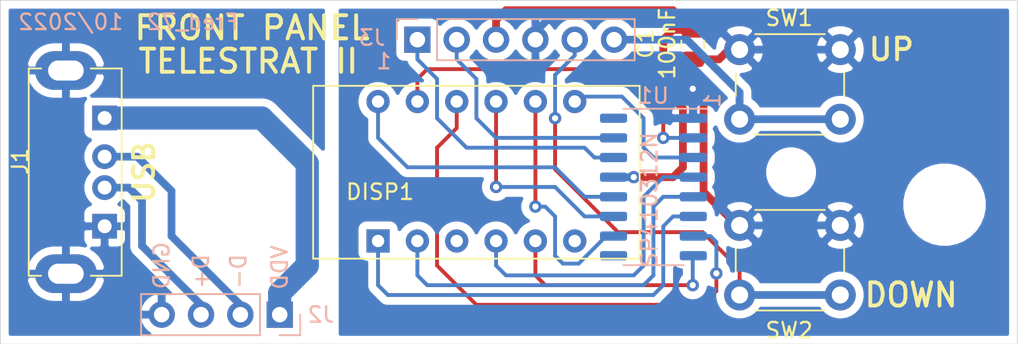
<source format=kicad_pcb>
(kicad_pcb (version 20171130) (host pcbnew "(5.1.12)-1")

  (general
    (thickness 1.6)
    (drawings 13)
    (tracks 143)
    (zones 0)
    (modules 11)
    (nets 23)
  )

  (page A4)
  (layers
    (0 F.Cu signal)
    (31 B.Cu signal)
    (32 B.Adhes user)
    (33 F.Adhes user)
    (34 B.Paste user)
    (35 F.Paste user)
    (36 B.SilkS user)
    (37 F.SilkS user)
    (38 B.Mask user)
    (39 F.Mask user)
    (40 Dwgs.User user)
    (41 Cmts.User user)
    (42 Eco1.User user)
    (43 Eco2.User user)
    (44 Edge.Cuts user)
    (45 Margin user)
    (46 B.CrtYd user)
    (47 F.CrtYd user)
    (48 B.Fab user)
    (49 F.Fab user)
  )

  (setup
    (last_trace_width 0.25)
    (user_trace_width 0.5)
    (user_trace_width 1.5)
    (trace_clearance 0.2)
    (zone_clearance 0.508)
    (zone_45_only no)
    (trace_min 0.2)
    (via_size 0.8)
    (via_drill 0.4)
    (via_min_size 0.4)
    (via_min_drill 0.3)
    (user_via 1.2 0.4)
    (uvia_size 0.3)
    (uvia_drill 0.1)
    (uvias_allowed no)
    (uvia_min_size 0.2)
    (uvia_min_drill 0.1)
    (edge_width 0.05)
    (segment_width 0.2)
    (pcb_text_width 0.3)
    (pcb_text_size 1.5 1.5)
    (mod_edge_width 0.12)
    (mod_text_size 1 1)
    (mod_text_width 0.15)
    (pad_size 1.5 1.5)
    (pad_drill 0.8)
    (pad_to_mask_clearance 0)
    (aux_axis_origin 88.646 73.025)
    (visible_elements 7FFFFFFF)
    (pcbplotparams
      (layerselection 0x010f0_ffffffff)
      (usegerberextensions true)
      (usegerberattributes true)
      (usegerberadvancedattributes true)
      (creategerberjobfile false)
      (excludeedgelayer true)
      (linewidth 0.100000)
      (plotframeref false)
      (viasonmask false)
      (mode 1)
      (useauxorigin true)
      (hpglpennumber 1)
      (hpglpenspeed 20)
      (hpglpendiameter 15.000000)
      (psnegative false)
      (psa4output false)
      (plotreference true)
      (plotvalue true)
      (plotinvisibletext false)
      (padsonsilk false)
      (subtractmaskfromsilk false)
      (outputformat 1)
      (mirror false)
      (drillshape 0)
      (scaleselection 1)
      (outputdirectory "Gerber/"))
  )

  (net 0 "")
  (net 1 "Net-(J1-Pad3)")
  (net 2 "Net-(J1-Pad2)")
  (net 3 "Net-(J1-Pad1)")
  (net 4 "Net-(U1-Pad16)")
  (net 5 /CA1)
  (net 6 /CA2)
  (net 7 /CA3)
  (net 8 "Net-(U1-Pad9)")
  (net 9 GND)
  (net 10 VCC)
  (net 11 "Net-(J3-Pad2)")
  (net 12 "Net-(J3-Pad1)")
  (net 13 "Net-(J3-Pad6)")
  (net 14 "Net-(J3-Pad5)")
  (net 15 "Net-(DISP1-Pad11)")
  (net 16 "Net-(DISP1-Pad10)")
  (net 17 "Net-(DISP1-Pad7)")
  (net 18 "Net-(DISP1-Pad5)")
  (net 19 "Net-(DISP1-Pad4)")
  (net 20 "Net-(DISP1-Pad2)")
  (net 21 "Net-(DISP1-Pad1)")
  (net 22 GND1)

  (net_class Default "This is the default net class."
    (clearance 0.2)
    (trace_width 0.25)
    (via_dia 0.8)
    (via_drill 0.4)
    (uvia_dia 0.3)
    (uvia_drill 0.1)
    (add_net /CA1)
    (add_net /CA2)
    (add_net /CA3)
    (add_net GND)
    (add_net GND1)
    (add_net "Net-(DISP1-Pad1)")
    (add_net "Net-(DISP1-Pad10)")
    (add_net "Net-(DISP1-Pad11)")
    (add_net "Net-(DISP1-Pad2)")
    (add_net "Net-(DISP1-Pad4)")
    (add_net "Net-(DISP1-Pad5)")
    (add_net "Net-(DISP1-Pad7)")
    (add_net "Net-(J1-Pad1)")
    (add_net "Net-(J1-Pad2)")
    (add_net "Net-(J1-Pad3)")
    (add_net "Net-(J3-Pad1)")
    (add_net "Net-(J3-Pad2)")
    (add_net "Net-(J3-Pad5)")
    (add_net "Net-(J3-Pad6)")
    (add_net "Net-(U1-Pad16)")
    (add_net "Net-(U1-Pad9)")
    (add_net VCC)
  )

  (module Connector_USB:USB_A_Vertical (layer F.Cu) (tedit 638CEC97) (tstamp 6353F245)
    (at 95.377 65.405 90)
    (tags "USB A Vertical")
    (path /6350FA01)
    (fp_text reference J1 (at 4.191 -5.461 90) (layer F.SilkS)
      (effects (font (size 1 1) (thickness 0.15)))
    )
    (fp_text value USB (at 3.5 2.54 90) (layer F.SilkS)
      (effects (font (size 1.3 1.3) (thickness 0.25)))
    )
    (fp_text user %R (at 3.45 -2.15 90) (layer F.Fab)
      (effects (font (size 1 1) (thickness 0.15)))
    )
    (fp_line (start 10.2 1.1) (end -3.2 1.1) (layer F.SilkS) (width 0.12))
    (fp_line (start 10.2 -4.9) (end 5.25 -4.9) (layer F.SilkS) (width 0.12))
    (fp_line (start 10.2 -4.9) (end 10.2 -4.1) (layer F.SilkS) (width 0.12))
    (fp_line (start -3.2 -4.9) (end -3.2 -4.1) (layer F.SilkS) (width 0.12))
    (fp_line (start -3.2 -4.9) (end 5.25 -4.9) (layer F.SilkS) (width 0.12))
    (fp_line (start 10.05 0.96) (end 0.65 0.96) (layer F.Fab) (width 0.1))
    (fp_line (start -0.65 0.96) (end -3.05 0.96) (layer F.Fab) (width 0.1))
    (fp_line (start 0 0.2) (end 0.65 0.96) (layer F.Fab) (width 0.1))
    (fp_line (start -0.65 0.96) (end 0 0.2) (layer F.Fab) (width 0.1))
    (fp_line (start -4.52 -6.23) (end 11.52 -6.23) (layer F.CrtYd) (width 0.05))
    (fp_line (start -4.52 1.46) (end -4.52 -6.23) (layer F.CrtYd) (width 0.05))
    (fp_line (start 11.52 1.46) (end -4.52 1.46) (layer F.CrtYd) (width 0.05))
    (fp_line (start 11.52 -6.23) (end 11.52 1.46) (layer F.CrtYd) (width 0.05))
    (fp_line (start -3.05 0.96) (end -3.05 -4.76) (layer F.Fab) (width 0.1))
    (fp_line (start 10.05 -4.76) (end 10.05 0.96) (layer F.Fab) (width 0.1))
    (fp_line (start -3.05 -4.76) (end 10.05 -4.76) (layer F.Fab) (width 0.1))
    (fp_line (start -3.2 1.1) (end -3.2 -0.9) (layer F.SilkS) (width 0.12))
    (fp_line (start 10.2 1.1) (end 10.2 -0.9) (layer F.SilkS) (width 0.12))
    (pad 5 thru_hole oval (at 10.07 -2.5 90) (size 2.5 4) (drill oval 1.3 2.3) (layers *.Cu *.Mask)
      (net 22 GND1))
    (pad 5 thru_hole oval (at -3.07 -2.5 270) (size 2.5 4) (drill oval 1.3 2.3) (layers *.Cu *.Mask)
      (net 22 GND1))
    (pad 1 thru_hole rect (at 7 0 90) (size 1.6 1.6) (drill 0.9) (layers *.Cu *.Mask)
      (net 3 "Net-(J1-Pad1)"))
    (pad 2 thru_hole circle (at 4.5 0 90) (size 1.6 1.6) (drill 0.9) (layers *.Cu *.Mask)
      (net 2 "Net-(J1-Pad2)"))
    (pad 3 thru_hole circle (at 2.5 0 90) (size 1.6 1.6) (drill 0.9) (layers *.Cu *.Mask)
      (net 1 "Net-(J1-Pad3)"))
    (pad 4 thru_hole rect (at 0 0 90) (size 1.6 1.6) (drill 0.9) (layers *.Cu *.Mask)
      (net 22 GND1))
    (model ${KISYS3DMOD}/Connector_USB.3dshapes/USB_A_Molex_105057_Vertical.wrl
      (at (xyz 0 0 0))
      (scale (xyz 1 1 1))
      (rotate (xyz 0 0 0))
    )
  )

  (module MountingHole:MountingHole_2.2mm_M2 (layer F.Cu) (tedit 56D1B4CB) (tstamp 6354199E)
    (at 139.7 61.9125)
    (descr "Mounting Hole 2.2mm, no annular, M2")
    (tags "mounting hole 2.2mm no annular m2")
    (path /63542216)
    (attr virtual)
    (fp_text reference H3 (at -3.683 0.0635) (layer F.SilkS) hide
      (effects (font (size 1 1) (thickness 0.15)))
    )
    (fp_text value MountingHole (at 0 3.2) (layer F.Fab)
      (effects (font (size 1 1) (thickness 0.15)))
    )
    (fp_circle (center 0 0) (end 2.45 0) (layer F.CrtYd) (width 0.05))
    (fp_circle (center 0 0) (end 2.2 0) (layer Cmts.User) (width 0.15))
    (fp_text user %R (at 0.3 0) (layer F.Fab)
      (effects (font (size 1 1) (thickness 0.15)))
    )
    (pad 1 np_thru_hole circle (at 0 0) (size 2.2 2.2) (drill 2.2) (layers *.Cu *.Mask))
  )

  (module MountingHole:MountingHole_4.3mm_M4 (layer F.Cu) (tedit 56D1B4CB) (tstamp 63541D12)
    (at 149.606 64.008)
    (descr "Mounting Hole 4.3mm, no annular, M4")
    (tags "mounting hole 4.3mm no annular m4")
    (path /63513633)
    (attr virtual)
    (fp_text reference H2 (at 0 -5.3) (layer F.SilkS) hide
      (effects (font (size 1 1) (thickness 0.15)))
    )
    (fp_text value MountingHole (at 0 5.3) (layer F.Fab)
      (effects (font (size 1 1) (thickness 0.15)))
    )
    (fp_circle (center 0 0) (end 4.3 0) (layer Cmts.User) (width 0.15))
    (fp_circle (center 0 0) (end 4.55 0) (layer F.CrtYd) (width 0.05))
    (fp_text user %R (at 0.3 0) (layer F.Fab)
      (effects (font (size 1 1) (thickness 0.15)))
    )
    (pad 1 np_thru_hole circle (at 0 0) (size 4.3 4.3) (drill 4.3) (layers *.Cu *.Mask))
  )

  (module MountingHole:MountingHole_4.3mm_M4 (layer F.Cu) (tedit 56D1B4CB) (tstamp 63510122)
    (at 104.14 64.008)
    (descr "Mounting Hole 4.3mm, no annular, M4")
    (tags "mounting hole 4.3mm no annular m4")
    (path /63512EA8)
    (attr virtual)
    (fp_text reference H1 (at 0 -5.3) (layer F.SilkS) hide
      (effects (font (size 1 1) (thickness 0.15)))
    )
    (fp_text value MountingHole (at 0 5.3) (layer F.Fab)
      (effects (font (size 1 1) (thickness 0.15)))
    )
    (fp_circle (center 0 0) (end 4.3 0) (layer Cmts.User) (width 0.15))
    (fp_circle (center 0 0) (end 4.55 0) (layer F.CrtYd) (width 0.05))
    (fp_text user %R (at 0.3 0) (layer F.Fab)
      (effects (font (size 1 1) (thickness 0.15)))
    )
    (pad 1 np_thru_hole circle (at 0 0) (size 4.3 4.3) (drill 4.3) (layers *.Cu *.Mask))
  )

  (module Display_7Segment:SP410312SPN (layer F.Cu) (tedit 6354103B) (tstamp 6353EDB0)
    (at 113.03 66.3575 90)
    (descr "4 digit 7 segment green LED, http://www.kingbright.com/attachments/file/psearch/000/00/00/CA56-12CGKWA(Ver.9A).pdf")
    (tags "4 digit 7 segment green LED")
    (path /6353D89D)
    (fp_text reference DISP1 (at 3.175 0.127 180) (layer F.SilkS)
      (effects (font (size 1 1) (thickness 0.15)))
    )
    (fp_text value SP410312N (at 2.667 17.526 90) (layer B.SilkS)
      (effects (font (size 1 1) (thickness 0.15)))
    )
    (fp_line (start -1.016 0.381) (end -1.016 16.764) (layer F.Fab) (width 0.1))
    (fp_line (start -1.016 16.764) (end 9.906 16.764) (layer F.Fab) (width 0.1))
    (fp_line (start 9.906 -4.064) (end 9.906 16.764) (layer F.Fab) (width 0.1))
    (fp_line (start -1.016 -4.064) (end 9.906 -4.064) (layer F.Fab) (width 0.1))
    (fp_line (start -1.27 17.018) (end -1.27 -4.318) (layer F.CrtYd) (width 0.05))
    (fp_line (start 10.16 17.018) (end -1.27 17.018) (layer F.CrtYd) (width 0.05))
    (fp_line (start 10.16 -4.318) (end 10.16 17.018) (layer F.CrtYd) (width 0.05))
    (fp_line (start -1.27 -4.318) (end 10.16 -4.318) (layer F.CrtYd) (width 0.05))
    (fp_line (start -1.016 -0.381) (end -1.016 -4.064) (layer F.Fab) (width 0.1))
    (fp_line (start -0.88 0) (end -1.016 -0.381) (layer F.Fab) (width 0.1))
    (fp_line (start -1.016 0.381) (end -0.88 0) (layer F.Fab) (width 0.1))
    (fp_line (start 10.033 16.891) (end 10.033 -4.191) (layer F.SilkS) (width 0.12))
    (fp_line (start -1.143 16.891) (end 10.033 16.891) (layer F.SilkS) (width 0.12))
    (fp_line (start -1.143 -4.191) (end -1.143 16.891) (layer F.SilkS) (width 0.12))
    (fp_line (start -1.143 -4.191) (end 10.033 -4.191) (layer F.SilkS) (width 0.12))
    (fp_text user %R (at 4.445 6.096 90) (layer F.Fab)
      (effects (font (size 1 1) (thickness 0.15)))
    )
    (pad 12 thru_hole circle (at 9.017 0 90) (size 1.5 1.5) (drill 0.8) (layers *.Cu *.Mask)
      (net 5 /CA1))
    (pad 11 thru_hole circle (at 9.017 2.54 90) (size 1.5 1.5) (drill 0.8) (layers *.Cu *.Mask)
      (net 15 "Net-(DISP1-Pad11)"))
    (pad 10 thru_hole circle (at 9.017 5.08 90) (size 1.5 1.5) (drill 0.8) (layers *.Cu *.Mask)
      (net 16 "Net-(DISP1-Pad10)"))
    (pad 9 thru_hole circle (at 9.017 7.62 90) (size 1.5 1.5) (drill 0.8) (layers *.Cu *.Mask)
      (net 6 /CA2))
    (pad 8 thru_hole circle (at 9.017 10.16 90) (size 1.5 1.5) (drill 0.8) (layers *.Cu *.Mask)
      (net 7 /CA3))
    (pad 7 thru_hole circle (at 9.017 12.7 90) (size 1.5 1.5) (drill 0.8) (layers *.Cu *.Mask)
      (net 17 "Net-(DISP1-Pad7)"))
    (pad 6 thru_hole circle (at 0 12.7 90) (size 1.5 1.5) (drill 0.8) (layers *.Cu *.Mask))
    (pad 5 thru_hole circle (at 0 10.16 90) (size 1.5 1.5) (drill 0.8) (layers *.Cu *.Mask)
      (net 18 "Net-(DISP1-Pad5)"))
    (pad 4 thru_hole circle (at 0 7.62 90) (size 1.5 1.5) (drill 0.8) (layers *.Cu *.Mask)
      (net 19 "Net-(DISP1-Pad4)"))
    (pad 3 thru_hole circle (at 0 5.08 90) (size 1.5 1.5) (drill 0.8) (layers *.Cu *.Mask))
    (pad 2 thru_hole circle (at 0 2.54 90) (size 1.5 1.5) (drill 0.8) (layers *.Cu *.Mask)
      (net 20 "Net-(DISP1-Pad2)"))
    (pad 1 thru_hole rect (at 0 0 90) (size 1.5 1.5) (drill 0.8) (layers *.Cu *.Mask)
      (net 21 "Net-(DISP1-Pad1)"))
    (model ${KISYS3DMOD}/Display_7Segment.3dshapes/E30561-L-O-0-W.step
      (offset (xyz 4.5 -6.5 0))
      (scale (xyz 0.55 0.6 0.6))
      (rotate (xyz 0 0 90))
    )
  )

  (module Connector_PinHeader_2.54mm:PinHeader_1x06_P2.54mm_Vertical (layer B.Cu) (tedit 59FED5CC) (tstamp 635402D1)
    (at 115.57 53.34 270)
    (descr "Through hole straight pin header, 1x06, 2.54mm pitch, single row")
    (tags "Through hole pin header THT 1x06 2.54mm single row")
    (path /63541417)
    (fp_text reference J3 (at -0.127 2.921 180) (layer B.SilkS)
      (effects (font (size 1 1) (thickness 0.15)) (justify mirror))
    )
    (fp_text value DISP/KB (at 2.159 -5.461) (layer B.Fab)
      (effects (font (size 1 1) (thickness 0.15)) (justify mirror))
    )
    (fp_line (start -0.635 1.27) (end 1.27 1.27) (layer B.Fab) (width 0.1))
    (fp_line (start 1.27 1.27) (end 1.27 -13.97) (layer B.Fab) (width 0.1))
    (fp_line (start 1.27 -13.97) (end -1.27 -13.97) (layer B.Fab) (width 0.1))
    (fp_line (start -1.27 -13.97) (end -1.27 0.635) (layer B.Fab) (width 0.1))
    (fp_line (start -1.27 0.635) (end -0.635 1.27) (layer B.Fab) (width 0.1))
    (fp_line (start -1.33 -14.03) (end 1.33 -14.03) (layer B.SilkS) (width 0.12))
    (fp_line (start -1.33 -1.27) (end -1.33 -14.03) (layer B.SilkS) (width 0.12))
    (fp_line (start 1.33 -1.27) (end 1.33 -14.03) (layer B.SilkS) (width 0.12))
    (fp_line (start -1.33 -1.27) (end 1.33 -1.27) (layer B.SilkS) (width 0.12))
    (fp_line (start -1.33 0) (end -1.33 1.33) (layer B.SilkS) (width 0.12))
    (fp_line (start -1.33 1.33) (end 0 1.33) (layer B.SilkS) (width 0.12))
    (fp_line (start -1.8 1.8) (end -1.8 -14.5) (layer B.CrtYd) (width 0.05))
    (fp_line (start -1.8 -14.5) (end 1.8 -14.5) (layer B.CrtYd) (width 0.05))
    (fp_line (start 1.8 -14.5) (end 1.8 1.8) (layer B.CrtYd) (width 0.05))
    (fp_line (start 1.8 1.8) (end -1.8 1.8) (layer B.CrtYd) (width 0.05))
    (fp_text user %R (at 0 -6.35) (layer B.Fab)
      (effects (font (size 1 1) (thickness 0.15)) (justify mirror))
    )
    (pad 6 thru_hole oval (at 0 -12.7 270) (size 1.7 1.7) (drill 1) (layers *.Cu *.Mask)
      (net 13 "Net-(J3-Pad6)"))
    (pad 5 thru_hole oval (at 0 -10.16 270) (size 1.7 1.7) (drill 1) (layers *.Cu *.Mask)
      (net 14 "Net-(J3-Pad5)"))
    (pad 4 thru_hole oval (at 0 -7.62 270) (size 1.7 1.7) (drill 1) (layers *.Cu *.Mask)
      (net 9 GND))
    (pad 3 thru_hole oval (at 0 -5.08 270) (size 1.7 1.7) (drill 1) (layers *.Cu *.Mask)
      (net 10 VCC))
    (pad 2 thru_hole oval (at 0 -2.54 270) (size 1.7 1.7) (drill 1) (layers *.Cu *.Mask)
      (net 11 "Net-(J3-Pad2)"))
    (pad 1 thru_hole rect (at 0 0 270) (size 1.7 1.7) (drill 1) (layers *.Cu *.Mask)
      (net 12 "Net-(J3-Pad1)"))
    (model ${KISYS3DMOD}/Connector_PinHeader_2.54mm.3dshapes/PinHeader_1x06_P2.54mm_Vertical.wrl
      (at (xyz 0 0 0))
      (scale (xyz 1 1 1))
      (rotate (xyz 0 0 0))
    )
  )

  (module Connector_PinHeader_2.54mm:PinHeader_1x04_P2.54mm_Vertical (layer B.Cu) (tedit 59FED5CC) (tstamp 6353D213)
    (at 106.68 71.12 90)
    (descr "Through hole straight pin header, 1x04, 2.54mm pitch, single row")
    (tags "Through hole pin header THT 1x04 2.54mm single row")
    (path /6353CCD5)
    (fp_text reference J2 (at 0 2.667 180) (layer B.SilkS)
      (effects (font (size 1 1) (thickness 0.15)) (justify mirror))
    )
    (fp_text value USB (at 0 -9.95 90) (layer B.Fab)
      (effects (font (size 1 1) (thickness 0.15)) (justify mirror))
    )
    (fp_line (start 1.8 1.8) (end -1.8 1.8) (layer B.CrtYd) (width 0.05))
    (fp_line (start 1.8 -9.4) (end 1.8 1.8) (layer B.CrtYd) (width 0.05))
    (fp_line (start -1.8 -9.4) (end 1.8 -9.4) (layer B.CrtYd) (width 0.05))
    (fp_line (start -1.8 1.8) (end -1.8 -9.4) (layer B.CrtYd) (width 0.05))
    (fp_line (start -1.33 1.33) (end 0 1.33) (layer B.SilkS) (width 0.12))
    (fp_line (start -1.33 0) (end -1.33 1.33) (layer B.SilkS) (width 0.12))
    (fp_line (start -1.33 -1.27) (end 1.33 -1.27) (layer B.SilkS) (width 0.12))
    (fp_line (start 1.33 -1.27) (end 1.33 -8.95) (layer B.SilkS) (width 0.12))
    (fp_line (start -1.33 -1.27) (end -1.33 -8.95) (layer B.SilkS) (width 0.12))
    (fp_line (start -1.33 -8.95) (end 1.33 -8.95) (layer B.SilkS) (width 0.12))
    (fp_line (start -1.27 0.635) (end -0.635 1.27) (layer B.Fab) (width 0.1))
    (fp_line (start -1.27 -8.89) (end -1.27 0.635) (layer B.Fab) (width 0.1))
    (fp_line (start 1.27 -8.89) (end -1.27 -8.89) (layer B.Fab) (width 0.1))
    (fp_line (start 1.27 1.27) (end 1.27 -8.89) (layer B.Fab) (width 0.1))
    (fp_line (start -0.635 1.27) (end 1.27 1.27) (layer B.Fab) (width 0.1))
    (fp_text user %R (at 0 -3.81 180) (layer B.Fab)
      (effects (font (size 1 1) (thickness 0.15)) (justify mirror))
    )
    (pad 4 thru_hole oval (at 0 -7.62 90) (size 1.7 1.7) (drill 1) (layers *.Cu *.Mask)
      (net 22 GND1))
    (pad 3 thru_hole oval (at 0 -5.08 90) (size 1.7 1.7) (drill 1) (layers *.Cu *.Mask)
      (net 1 "Net-(J1-Pad3)"))
    (pad 2 thru_hole oval (at 0 -2.54 90) (size 1.7 1.7) (drill 1) (layers *.Cu *.Mask)
      (net 2 "Net-(J1-Pad2)"))
    (pad 1 thru_hole rect (at 0 0 90) (size 1.7 1.7) (drill 1) (layers *.Cu *.Mask)
      (net 3 "Net-(J1-Pad1)"))
    (model ${KISYS3DMOD}/Connector_PinHeader_2.54mm.3dshapes/PinHeader_1x04_P2.54mm_Vertical.wrl
      (at (xyz 0 0 0))
      (scale (xyz 1 1 1))
      (rotate (xyz 0 0 0))
    )
  )

  (module Capacitor_SMD:C_0805_2012Metric (layer F.Cu) (tedit 5F68FEEE) (tstamp 63541A9D)
    (at 133.35 53.66 270)
    (descr "Capacitor SMD 0805 (2012 Metric), square (rectangular) end terminal, IPC_7351 nominal, (Body size source: IPC-SM-782 page 76, https://www.pcb-3d.com/wordpress/wp-content/uploads/ipc-sm-782a_amendment_1_and_2.pdf, https://docs.google.com/spreadsheets/d/1BsfQQcO9C6DZCsRaXUlFlo91Tg2WpOkGARC1WS5S8t0/edit?usp=sharing), generated with kicad-footprint-generator")
    (tags capacitor)
    (path /63543D9D)
    (attr smd)
    (fp_text reference C1 (at -0.066 3.048 270) (layer F.SilkS)
      (effects (font (size 1 1) (thickness 0.15)))
    )
    (fp_text value 100nF (at -0.066 1.651 270) (layer F.SilkS)
      (effects (font (size 1 1) (thickness 0.15)))
    )
    (fp_line (start -1 0.625) (end -1 -0.625) (layer F.Fab) (width 0.1))
    (fp_line (start -1 -0.625) (end 1 -0.625) (layer F.Fab) (width 0.1))
    (fp_line (start 1 -0.625) (end 1 0.625) (layer F.Fab) (width 0.1))
    (fp_line (start 1 0.625) (end -1 0.625) (layer F.Fab) (width 0.1))
    (fp_line (start -0.261252 -0.735) (end 0.261252 -0.735) (layer F.SilkS) (width 0.12))
    (fp_line (start -0.261252 0.735) (end 0.261252 0.735) (layer F.SilkS) (width 0.12))
    (fp_line (start -1.7 0.98) (end -1.7 -0.98) (layer F.CrtYd) (width 0.05))
    (fp_line (start -1.7 -0.98) (end 1.7 -0.98) (layer F.CrtYd) (width 0.05))
    (fp_line (start 1.7 -0.98) (end 1.7 0.98) (layer F.CrtYd) (width 0.05))
    (fp_line (start 1.7 0.98) (end -1.7 0.98) (layer F.CrtYd) (width 0.05))
    (fp_text user %R (at 0 0 90) (layer F.Fab)
      (effects (font (size 0.5 0.5) (thickness 0.08)))
    )
    (pad 1 smd roundrect (at -0.95 0 270) (size 1 1.45) (layers F.Cu F.Paste F.Mask) (roundrect_rratio 0.25)
      (net 10 VCC))
    (pad 2 smd roundrect (at 0.95 0 270) (size 1 1.45) (layers F.Cu F.Paste F.Mask) (roundrect_rratio 0.25)
      (net 9 GND))
    (model ${KISYS3DMOD}/Capacitor_SMD.3dshapes/C_0805_2012Metric.wrl
      (at (xyz 0 0 0))
      (scale (xyz 1 1 1))
      (rotate (xyz 0 0 0))
    )
  )

  (module Package_SO:SO-16_3.9x9.9mm_P1.27mm (layer B.Cu) (tedit 5E888720) (tstamp 63541D72)
    (at 130.81 62.865 180)
    (descr "SO, 16 Pin (https://www.nxp.com/docs/en/package-information/SOT109-1.pdf), generated with kicad-footprint-generator ipc_gullwing_generator.py")
    (tags "SO SO")
    (path /6353F486)
    (attr smd)
    (fp_text reference U1 (at 0 5.9) (layer B.SilkS)
      (effects (font (size 1 1) (thickness 0.15)) (justify mirror))
    )
    (fp_text value TM1651 (at 0 -5.9) (layer B.Fab)
      (effects (font (size 1 1) (thickness 0.15)) (justify mirror))
    )
    (fp_line (start 0 -5.06) (end 1.95 -5.06) (layer B.SilkS) (width 0.12))
    (fp_line (start 0 -5.06) (end -1.95 -5.06) (layer B.SilkS) (width 0.12))
    (fp_line (start 0 5.06) (end 1.95 5.06) (layer B.SilkS) (width 0.12))
    (fp_line (start 0 5.06) (end -3.45 5.06) (layer B.SilkS) (width 0.12))
    (fp_line (start -0.975 4.95) (end 1.95 4.95) (layer B.Fab) (width 0.1))
    (fp_line (start 1.95 4.95) (end 1.95 -4.95) (layer B.Fab) (width 0.1))
    (fp_line (start 1.95 -4.95) (end -1.95 -4.95) (layer B.Fab) (width 0.1))
    (fp_line (start -1.95 -4.95) (end -1.95 3.975) (layer B.Fab) (width 0.1))
    (fp_line (start -1.95 3.975) (end -0.975 4.95) (layer B.Fab) (width 0.1))
    (fp_line (start -3.7 5.2) (end -3.7 -5.2) (layer B.CrtYd) (width 0.05))
    (fp_line (start -3.7 -5.2) (end 3.7 -5.2) (layer B.CrtYd) (width 0.05))
    (fp_line (start 3.7 -5.2) (end 3.7 5.2) (layer B.CrtYd) (width 0.05))
    (fp_line (start 3.7 5.2) (end -3.7 5.2) (layer B.CrtYd) (width 0.05))
    (fp_text user %R (at 0 0) (layer B.Fab)
      (effects (font (size 0.98 0.98) (thickness 0.15)) (justify mirror))
    )
    (pad 16 smd roundrect (at 2.575 4.445 180) (size 1.75 0.6) (layers B.Cu B.Paste B.Mask) (roundrect_rratio 0.25)
      (net 4 "Net-(U1-Pad16)"))
    (pad 15 smd roundrect (at 2.575 3.175 180) (size 1.75 0.6) (layers B.Cu B.Paste B.Mask) (roundrect_rratio 0.25)
      (net 11 "Net-(J3-Pad2)"))
    (pad 14 smd roundrect (at 2.575 1.905 180) (size 1.75 0.6) (layers B.Cu B.Paste B.Mask) (roundrect_rratio 0.25)
      (net 12 "Net-(J3-Pad1)"))
    (pad 13 smd roundrect (at 2.575 0.635 180) (size 1.75 0.6) (layers B.Cu B.Paste B.Mask) (roundrect_rratio 0.25)
      (net 10 VCC))
    (pad 12 smd roundrect (at 2.575 -0.635 180) (size 1.75 0.6) (layers B.Cu B.Paste B.Mask) (roundrect_rratio 0.25)
      (net 5 /CA1))
    (pad 11 smd roundrect (at 2.575 -1.905 180) (size 1.75 0.6) (layers B.Cu B.Paste B.Mask) (roundrect_rratio 0.25)
      (net 6 /CA2))
    (pad 10 smd roundrect (at 2.575 -3.175 180) (size 1.75 0.6) (layers B.Cu B.Paste B.Mask) (roundrect_rratio 0.25)
      (net 7 /CA3))
    (pad 9 smd roundrect (at 2.575 -4.445 180) (size 1.75 0.6) (layers B.Cu B.Paste B.Mask) (roundrect_rratio 0.25)
      (net 8 "Net-(U1-Pad9)"))
    (pad 8 smd roundrect (at -2.575 -4.445 180) (size 1.75 0.6) (layers B.Cu B.Paste B.Mask) (roundrect_rratio 0.25)
      (net 18 "Net-(DISP1-Pad5)"))
    (pad 7 smd roundrect (at -2.575 -3.175 180) (size 1.75 0.6) (layers B.Cu B.Paste B.Mask) (roundrect_rratio 0.25)
      (net 16 "Net-(DISP1-Pad10)"))
    (pad 6 smd roundrect (at -2.575 -1.905 180) (size 1.75 0.6) (layers B.Cu B.Paste B.Mask) (roundrect_rratio 0.25)
      (net 21 "Net-(DISP1-Pad1)"))
    (pad 5 smd roundrect (at -2.575 -0.635 180) (size 1.75 0.6) (layers B.Cu B.Paste B.Mask) (roundrect_rratio 0.25)
      (net 20 "Net-(DISP1-Pad2)"))
    (pad 4 smd roundrect (at -2.575 0.635 180) (size 1.75 0.6) (layers B.Cu B.Paste B.Mask) (roundrect_rratio 0.25)
      (net 19 "Net-(DISP1-Pad4)"))
    (pad 3 smd roundrect (at -2.575 1.905 180) (size 1.75 0.6) (layers B.Cu B.Paste B.Mask) (roundrect_rratio 0.25)
      (net 17 "Net-(DISP1-Pad7)"))
    (pad 2 smd roundrect (at -2.575 3.175 180) (size 1.75 0.6) (layers B.Cu B.Paste B.Mask) (roundrect_rratio 0.25)
      (net 15 "Net-(DISP1-Pad11)"))
    (pad 1 smd roundrect (at -2.575 4.445 180) (size 1.75 0.6) (layers B.Cu B.Paste B.Mask) (roundrect_rratio 0.25)
      (net 9 GND))
    (model ${KISYS3DMOD}/Package_SO.3dshapes/SO-16_3.9x9.9mm_P1.27mm.wrl
      (at (xyz 0 0 0))
      (scale (xyz 1 1 1))
      (rotate (xyz 0 0 0))
    )
  )

  (module Button_Switch_THT:SW_PUSH_6mm (layer F.Cu) (tedit 5A02FE31) (tstamp 6350FCA6)
    (at 142.875 69.85 180)
    (descr https://www.omron.com/ecb/products/pdf/en-b3f.pdf)
    (tags "tact sw push 6mm")
    (path /635117BF)
    (fp_text reference SW2 (at 3.302 -2.286) (layer F.SilkS)
      (effects (font (size 1 1) (thickness 0.15)))
    )
    (fp_text value DOWN (at -4.572 0) (layer F.SilkS)
      (effects (font (size 1.5 1.4) (thickness 0.25)))
    )
    (fp_circle (center 3.25 2.25) (end 1.25 2.5) (layer F.Fab) (width 0.1))
    (fp_line (start 6.75 3) (end 6.75 1.5) (layer F.SilkS) (width 0.12))
    (fp_line (start 5.5 -1) (end 1 -1) (layer F.SilkS) (width 0.12))
    (fp_line (start -0.25 1.5) (end -0.25 3) (layer F.SilkS) (width 0.12))
    (fp_line (start 1 5.5) (end 5.5 5.5) (layer F.SilkS) (width 0.12))
    (fp_line (start 8 -1.25) (end 8 5.75) (layer F.CrtYd) (width 0.05))
    (fp_line (start 7.75 6) (end -1.25 6) (layer F.CrtYd) (width 0.05))
    (fp_line (start -1.5 5.75) (end -1.5 -1.25) (layer F.CrtYd) (width 0.05))
    (fp_line (start -1.25 -1.5) (end 7.75 -1.5) (layer F.CrtYd) (width 0.05))
    (fp_line (start -1.5 6) (end -1.25 6) (layer F.CrtYd) (width 0.05))
    (fp_line (start -1.5 5.75) (end -1.5 6) (layer F.CrtYd) (width 0.05))
    (fp_line (start -1.5 -1.5) (end -1.25 -1.5) (layer F.CrtYd) (width 0.05))
    (fp_line (start -1.5 -1.25) (end -1.5 -1.5) (layer F.CrtYd) (width 0.05))
    (fp_line (start 8 -1.5) (end 8 -1.25) (layer F.CrtYd) (width 0.05))
    (fp_line (start 7.75 -1.5) (end 8 -1.5) (layer F.CrtYd) (width 0.05))
    (fp_line (start 8 6) (end 8 5.75) (layer F.CrtYd) (width 0.05))
    (fp_line (start 7.75 6) (end 8 6) (layer F.CrtYd) (width 0.05))
    (fp_line (start 0.25 -0.75) (end 3.25 -0.75) (layer F.Fab) (width 0.1))
    (fp_line (start 0.25 5.25) (end 0.25 -0.75) (layer F.Fab) (width 0.1))
    (fp_line (start 6.25 5.25) (end 0.25 5.25) (layer F.Fab) (width 0.1))
    (fp_line (start 6.25 -0.75) (end 6.25 5.25) (layer F.Fab) (width 0.1))
    (fp_line (start 3.25 -0.75) (end 6.25 -0.75) (layer F.Fab) (width 0.1))
    (fp_text user %R (at 3.25 2.25) (layer F.Fab)
      (effects (font (size 1 1) (thickness 0.15)))
    )
    (pad 1 thru_hole circle (at 6.5 0 270) (size 2 2) (drill 1.1) (layers *.Cu *.Mask)
      (net 14 "Net-(J3-Pad5)"))
    (pad 2 thru_hole circle (at 6.5 4.5 270) (size 2 2) (drill 1.1) (layers *.Cu *.Mask)
      (net 9 GND))
    (pad 1 thru_hole circle (at 0 0 270) (size 2 2) (drill 1.1) (layers *.Cu *.Mask)
      (net 14 "Net-(J3-Pad5)"))
    (pad 2 thru_hole circle (at 0 4.5 270) (size 2 2) (drill 1.1) (layers *.Cu *.Mask)
      (net 9 GND))
    (model ${KISYS3DMOD}/Button_Switch_THT.3dshapes/SW_PUSH_6mm.wrl
      (at (xyz 0 0 0))
      (scale (xyz 1 1 1))
      (rotate (xyz 0 0 0))
    )
  )

  (module Button_Switch_THT:SW_PUSH_6mm (layer F.Cu) (tedit 5A02FE31) (tstamp 63541526)
    (at 142.875 58.4835 180)
    (descr https://www.omron.com/ecb/products/pdf/en-b3f.pdf)
    (tags "tact sw push 6mm")
    (path /63511AAD)
    (fp_text reference SW1 (at 3.302 6.5405) (layer F.SilkS)
      (effects (font (size 1 1) (thickness 0.15)))
    )
    (fp_text value UP (at -3.302 4.5085) (layer F.SilkS)
      (effects (font (size 1.4 1.4) (thickness 0.25)))
    )
    (fp_circle (center 3.25 2.25) (end 1.25 2.5) (layer F.Fab) (width 0.1))
    (fp_line (start 6.75 3) (end 6.75 1.5) (layer F.SilkS) (width 0.12))
    (fp_line (start 5.5 -1) (end 1 -1) (layer F.SilkS) (width 0.12))
    (fp_line (start -0.25 1.5) (end -0.25 3) (layer F.SilkS) (width 0.12))
    (fp_line (start 1 5.5) (end 5.5 5.5) (layer F.SilkS) (width 0.12))
    (fp_line (start 8 -1.25) (end 8 5.75) (layer F.CrtYd) (width 0.05))
    (fp_line (start 7.75 6) (end -1.25 6) (layer F.CrtYd) (width 0.05))
    (fp_line (start -1.5 5.75) (end -1.5 -1.25) (layer F.CrtYd) (width 0.05))
    (fp_line (start -1.25 -1.5) (end 7.75 -1.5) (layer F.CrtYd) (width 0.05))
    (fp_line (start -1.5 6) (end -1.25 6) (layer F.CrtYd) (width 0.05))
    (fp_line (start -1.5 5.75) (end -1.5 6) (layer F.CrtYd) (width 0.05))
    (fp_line (start -1.5 -1.5) (end -1.25 -1.5) (layer F.CrtYd) (width 0.05))
    (fp_line (start -1.5 -1.25) (end -1.5 -1.5) (layer F.CrtYd) (width 0.05))
    (fp_line (start 8 -1.5) (end 8 -1.25) (layer F.CrtYd) (width 0.05))
    (fp_line (start 7.75 -1.5) (end 8 -1.5) (layer F.CrtYd) (width 0.05))
    (fp_line (start 8 6) (end 8 5.75) (layer F.CrtYd) (width 0.05))
    (fp_line (start 7.75 6) (end 8 6) (layer F.CrtYd) (width 0.05))
    (fp_line (start 0.25 -0.75) (end 3.25 -0.75) (layer F.Fab) (width 0.1))
    (fp_line (start 0.25 5.25) (end 0.25 -0.75) (layer F.Fab) (width 0.1))
    (fp_line (start 6.25 5.25) (end 0.25 5.25) (layer F.Fab) (width 0.1))
    (fp_line (start 6.25 -0.75) (end 6.25 5.25) (layer F.Fab) (width 0.1))
    (fp_line (start 3.25 -0.75) (end 6.25 -0.75) (layer F.Fab) (width 0.1))
    (fp_text user %R (at 3.25 2.25) (layer F.Fab)
      (effects (font (size 1 1) (thickness 0.15)))
    )
    (pad 1 thru_hole circle (at 6.5 0 270) (size 2 2) (drill 1.1) (layers *.Cu *.Mask)
      (net 13 "Net-(J3-Pad6)"))
    (pad 2 thru_hole circle (at 6.5 4.5 270) (size 2 2) (drill 1.1) (layers *.Cu *.Mask)
      (net 9 GND))
    (pad 1 thru_hole circle (at 0 0 270) (size 2 2) (drill 1.1) (layers *.Cu *.Mask)
      (net 13 "Net-(J3-Pad6)"))
    (pad 2 thru_hole circle (at 0 4.5 270) (size 2 2) (drill 1.1) (layers *.Cu *.Mask)
      (net 9 GND))
    (model ${KISYS3DMOD}/Button_Switch_THT.3dshapes/SW_PUSH_6mm.wrl
      (at (xyz 0 0 0))
      (scale (xyz 1 1 1))
      (rotate (xyz 0 0 0))
    )
  )

  (gr_text 1 (at 113.411 54.737) (layer B.SilkS)
    (effects (font (size 1 1) (thickness 0.15)) (justify mirror))
  )
  (gr_text 1 (at 134.62 57.277 90) (layer B.SilkS)
    (effects (font (size 1 1) (thickness 0.15)) (justify mirror))
  )
  (gr_text "TELESTRAT II" (at 104.648 54.737) (layer F.SilkS) (tstamp 63541C0B)
    (effects (font (size 1.5 1.5) (thickness 0.25)))
  )
  (gr_text VDD (at 106.68 68.072 90) (layer B.SilkS)
    (effects (font (size 1 1) (thickness 0.15)) (justify mirror))
  )
  (gr_text GND (at 99.06 67.945 90) (layer B.SilkS)
    (effects (font (size 1 1) (thickness 0.15)) (justify mirror))
  )
  (gr_text D- (at 104.013 68.326 90) (layer B.SilkS)
    (effects (font (size 1 1) (thickness 0.15)) (justify mirror))
  )
  (gr_text D+ (at 101.6 68.326 90) (layer B.SilkS)
    (effects (font (size 1 1) (thickness 0.15)) (justify mirror))
  )
  (gr_text "Fred_72  10/2022" (at 96.901 52.197) (layer B.SilkS)
    (effects (font (size 1 1) (thickness 0.15)) (justify mirror))
  )
  (gr_text "FRONT PANEL" (at 104.902 52.578) (layer F.SilkS)
    (effects (font (size 1.5 1.5) (thickness 0.25)))
  )
  (gr_line (start 154.305 50.8) (end 154.305 73.025) (layer Edge.Cuts) (width 0.05) (tstamp 6353989F))
  (gr_line (start 88.646 50.8) (end 88.646 73.025) (layer Edge.Cuts) (width 0.05) (tstamp 635397EF))
  (gr_line (start 88.646 73.025) (end 154.305 73.025) (layer Edge.Cuts) (width 0.05))
  (gr_line (start 88.646 50.8) (end 154.305 50.8) (layer Edge.Cuts) (width 0.05))

  (segment (start 101.6 71.12) (end 101.6 70.485) (width 0.5) (layer B.Cu) (net 1) (status 30))
  (segment (start 101.6 70.485) (end 97.79 66.675) (width 0.5) (layer B.Cu) (net 1) (status 10))
  (segment (start 97.79 66.167) (end 97.79 63.754) (width 0.5) (layer B.Cu) (net 1))
  (segment (start 97.79 66.675) (end 97.79 66.167) (width 0.5) (layer B.Cu) (net 1))
  (segment (start 96.941 62.905) (end 95.377 62.905) (width 0.5) (layer B.Cu) (net 1))
  (segment (start 97.79 63.754) (end 96.941 62.905) (width 0.5) (layer B.Cu) (net 1))
  (segment (start 104.14 71.12) (end 104.14 70.485) (width 0.5) (layer B.Cu) (net 2))
  (segment (start 104.14 70.485) (end 99.695 66.04) (width 0.5) (layer B.Cu) (net 2))
  (segment (start 99.695 66.04) (end 99.695 63.119) (width 0.5) (layer B.Cu) (net 2))
  (segment (start 97.481 60.905) (end 95.377 60.905) (width 0.5) (layer B.Cu) (net 2))
  (segment (start 99.695 63.119) (end 97.481 60.905) (width 0.5) (layer B.Cu) (net 2))
  (segment (start 106.68 71.12) (end 106.68 69.723) (width 1.5) (layer B.Cu) (net 3))
  (segment (start 106.68 69.723) (end 108.458 67.945) (width 1.5) (layer B.Cu) (net 3))
  (segment (start 108.458 67.945) (end 108.458 61.341) (width 1.5) (layer B.Cu) (net 3))
  (segment (start 105.522 58.405) (end 95.377 58.405) (width 1.5) (layer B.Cu) (net 3))
  (segment (start 108.458 61.341) (end 105.522 58.405) (width 1.5) (layer B.Cu) (net 3))
  (segment (start 113.03 59.69) (end 113.03 57.023) (width 0.25) (layer B.Cu) (net 5) (status 20))
  (segment (start 128.235 63.5) (end 126.365 63.5) (width 0.25) (layer B.Cu) (net 5) (status 10))
  (segment (start 124.46 61.595) (end 126.365 63.5) (width 0.25) (layer B.Cu) (net 5))
  (segment (start 114.935 61.595) (end 124.46 61.595) (width 0.25) (layer B.Cu) (net 5))
  (segment (start 114.935 61.595) (end 113.03 59.69) (width 0.25) (layer B.Cu) (net 5))
  (segment (start 120.65 57.023) (end 120.65 62.865) (width 0.25) (layer F.Cu) (net 6) (status 10))
  (via (at 120.65 62.865) (size 0.8) (drill 0.4) (layers F.Cu B.Cu) (net 6))
  (segment (start 124.46 62.865) (end 126.365 64.77) (width 0.25) (layer B.Cu) (net 6))
  (segment (start 126.365 64.77) (end 128.235 64.77) (width 0.25) (layer B.Cu) (net 6) (status 20))
  (segment (start 120.65 62.865) (end 124.46 62.865) (width 0.25) (layer B.Cu) (net 6))
  (via (at 123.19 64.135) (size 0.8) (drill 0.4) (layers F.Cu B.Cu) (net 7))
  (segment (start 123.19 57.023) (end 123.19 64.135) (width 0.25) (layer F.Cu) (net 7) (status 10))
  (segment (start 127.762 66.04) (end 128.235 66.04) (width 0.25) (layer B.Cu) (net 7))
  (segment (start 125.984 67.818) (end 127.762 66.04) (width 0.25) (layer B.Cu) (net 7))
  (segment (start 124.968 67.818) (end 125.984 67.818) (width 0.25) (layer B.Cu) (net 7))
  (segment (start 124.46 67.31) (end 124.968 67.818) (width 0.25) (layer B.Cu) (net 7))
  (segment (start 124.46 64.77) (end 124.46 67.31) (width 0.25) (layer B.Cu) (net 7))
  (segment (start 123.825 64.135) (end 124.46 64.77) (width 0.25) (layer B.Cu) (net 7))
  (segment (start 123.19 64.135) (end 123.825 64.135) (width 0.25) (layer B.Cu) (net 7))
  (via (at 133.35 56.515) (size 1.2) (drill 0.4) (layers F.Cu B.Cu) (net 9))
  (segment (start 133.35 54.61) (end 133.35 56.515) (width 0.5) (layer F.Cu) (net 9) (status 10))
  (segment (start 133.35 58.385) (end 133.385 58.42) (width 0.25) (layer B.Cu) (net 9) (status 30))
  (segment (start 133.35 56.515) (end 133.35 58.385) (width 0.5) (layer B.Cu) (net 9) (status 20))
  (segment (start 123.19 52.832) (end 124.206 51.816) (width 0.5) (layer B.Cu) (net 9) (status 10))
  (segment (start 123.19 53.34) (end 123.19 52.832) (width 0.5) (layer B.Cu) (net 9) (status 30))
  (segment (start 136.375 65.35) (end 142.875 65.35) (width 0.5) (layer B.Cu) (net 9) (status 30))
  (segment (start 135.05 54.61) (end 136.375 53.285) (width 0.5) (layer F.Cu) (net 9) (status 20))
  (segment (start 133.35 54.61) (end 135.05 54.61) (width 0.5) (layer F.Cu) (net 9) (status 10))
  (segment (start 136.375 53.285) (end 136.375 54.079) (width 0.5) (layer F.Cu) (net 9) (status 30))
  (segment (start 142.875 53.9835) (end 136.375 53.9835) (width 0.5) (layer B.Cu) (net 9) (status 30))
  (segment (start 134.2075 51.816) (end 136.375 53.9835) (width 0.5) (layer B.Cu) (net 9) (status 20))
  (segment (start 124.206 51.816) (end 134.2075 51.816) (width 0.5) (layer B.Cu) (net 9))
  (segment (start 136.216 65.35) (end 136.375 65.35) (width 0.5) (layer F.Cu) (net 9))
  (segment (start 134.0485 63.1825) (end 136.216 65.35) (width 0.5) (layer F.Cu) (net 9))
  (segment (start 134.0485 57.277) (end 134.0485 63.1825) (width 0.5) (layer F.Cu) (net 9))
  (segment (start 133.35 56.5785) (end 134.0485 57.277) (width 0.5) (layer F.Cu) (net 9))
  (segment (start 133.35 56.515) (end 133.35 56.5785) (width 0.5) (layer F.Cu) (net 9))
  (segment (start 120.65 53.34) (end 120.65 52.07) (width 0.5) (layer F.Cu) (net 10) (status 10))
  (segment (start 120.65 52.07) (end 121.285 51.435) (width 0.5) (layer F.Cu) (net 10))
  (segment (start 132.075 51.435) (end 133.35 52.71) (width 0.5) (layer F.Cu) (net 10) (status 20))
  (segment (start 121.285 51.435) (end 132.075 51.435) (width 0.5) (layer F.Cu) (net 10))
  (segment (start 133.35 52.71) (end 132.075 52.71) (width 0.5) (layer F.Cu) (net 10) (status 10))
  (segment (start 132.075 52.71) (end 131.445 53.34) (width 0.5) (layer F.Cu) (net 10))
  (segment (start 131.445 53.34) (end 131.445 56.515) (width 0.5) (layer F.Cu) (net 10))
  (segment (start 131.445 56.515) (end 132.715 57.785) (width 0.5) (layer F.Cu) (net 10))
  (segment (start 132.715 57.785) (end 132.715 61.595) (width 0.5) (layer F.Cu) (net 10))
  (via (at 129.54 62.23) (size 0.8) (drill 0.4) (layers F.Cu B.Cu) (net 10))
  (segment (start 132.08 62.23) (end 129.54 62.23) (width 0.5) (layer F.Cu) (net 10))
  (segment (start 132.715 61.595) (end 132.08 62.23) (width 0.5) (layer F.Cu) (net 10))
  (segment (start 129.54 62.23) (end 128.235 62.23) (width 0.5) (layer B.Cu) (net 10) (status 20))
  (segment (start 128.235 59.69) (end 120.65 59.69) (width 0.25) (layer B.Cu) (net 11) (status 10))
  (segment (start 120.65 59.69) (end 119.38 58.42) (width 0.25) (layer B.Cu) (net 11))
  (segment (start 119.38 58.42) (end 119.38 55.88) (width 0.25) (layer B.Cu) (net 11))
  (segment (start 118.11 54.61) (end 118.11 53.34) (width 0.25) (layer B.Cu) (net 11) (status 20))
  (segment (start 119.38 55.88) (end 118.11 54.61) (width 0.25) (layer B.Cu) (net 11))
  (segment (start 116.84 58.42) (end 116.84 55.88) (width 0.25) (layer B.Cu) (net 12))
  (segment (start 115.57 54.61) (end 115.57 53.34) (width 0.25) (layer B.Cu) (net 12) (status 20))
  (segment (start 116.84 55.88) (end 115.57 54.61) (width 0.25) (layer B.Cu) (net 12))
  (segment (start 126.365 60.325) (end 127 60.96) (width 0.25) (layer B.Cu) (net 12))
  (segment (start 118.745 60.325) (end 126.365 60.325) (width 0.25) (layer B.Cu) (net 12))
  (segment (start 128.235 60.96) (end 127 60.96) (width 0.25) (layer B.Cu) (net 12) (status 10))
  (segment (start 118.745 60.325) (end 116.84 58.42) (width 0.25) (layer B.Cu) (net 12))
  (segment (start 136.375 56.746) (end 136.375 57.785) (width 0.5) (layer B.Cu) (net 13) (status 20))
  (segment (start 132.969 53.34) (end 136.375 56.746) (width 0.5) (layer B.Cu) (net 13))
  (segment (start 128.27 53.34) (end 132.969 53.34) (width 0.5) (layer B.Cu) (net 13) (status 10))
  (segment (start 136.375 58.4835) (end 142.875 58.4835) (width 0.5) (layer B.Cu) (net 13) (status 30))
  (segment (start 136.375 56.746) (end 136.375 58.4835) (width 0.5) (layer B.Cu) (net 13) (status 20))
  (segment (start 142.875 69.85) (end 136.375 69.85) (width 0.5) (layer B.Cu) (net 14) (status 30))
  (via (at 124.46 58.42) (size 0.8) (drill 0.4) (layers F.Cu B.Cu) (net 14))
  (segment (start 125.73 54.356) (end 125.73 53.34) (width 0.25) (layer B.Cu) (net 14))
  (segment (start 124.46 55.626) (end 125.73 54.356) (width 0.25) (layer B.Cu) (net 14))
  (segment (start 124.46 58.42) (end 124.46 55.626) (width 0.25) (layer B.Cu) (net 14))
  (segment (start 136.375 68.176) (end 136.375 69.85) (width 0.25) (layer F.Cu) (net 14))
  (segment (start 133.985 65.786) (end 136.375 68.176) (width 0.25) (layer F.Cu) (net 14))
  (segment (start 128.524 65.786) (end 133.985 65.786) (width 0.25) (layer F.Cu) (net 14))
  (segment (start 124.46 61.722) (end 128.524 65.786) (width 0.25) (layer F.Cu) (net 14))
  (segment (start 124.46 58.42) (end 124.46 61.722) (width 0.25) (layer F.Cu) (net 14))
  (via (at 131.445 59.69) (size 0.8) (drill 0.4) (layers F.Cu B.Cu) (net 15))
  (segment (start 133.385 59.69) (end 131.445 59.69) (width 0.25) (layer B.Cu) (net 15) (status 10))
  (segment (start 115.57 57.023) (end 115.57 55.88) (width 0.25) (layer F.Cu) (net 15) (status 10))
  (segment (start 115.57 55.88) (end 116.205 55.245) (width 0.25) (layer F.Cu) (net 15))
  (segment (start 116.205 55.245) (end 128.905 55.245) (width 0.25) (layer F.Cu) (net 15))
  (segment (start 131.445 57.785) (end 131.445 59.69) (width 0.25) (layer F.Cu) (net 15))
  (segment (start 128.905 55.245) (end 131.445 57.785) (width 0.25) (layer F.Cu) (net 15))
  (segment (start 118.11 59.055) (end 118.11 57.023) (width 0.25) (layer F.Cu) (net 16) (status 20))
  (segment (start 116.84 60.325) (end 118.11 59.055) (width 0.25) (layer F.Cu) (net 16))
  (segment (start 116.84 67.945) (end 116.84 60.325) (width 0.25) (layer F.Cu) (net 16))
  (segment (start 119.38 70.485) (end 116.84 67.945) (width 0.25) (layer F.Cu) (net 16))
  (segment (start 133.985 70.485) (end 119.38 70.485) (width 0.25) (layer F.Cu) (net 16))
  (segment (start 134.874 69.596) (end 133.985 70.485) (width 0.25) (layer F.Cu) (net 16))
  (segment (start 134.874 68.453) (end 134.874 69.596) (width 0.25) (layer F.Cu) (net 16))
  (via (at 134.874 68.453) (size 0.8) (drill 0.4) (layers F.Cu B.Cu) (net 16))
  (segment (start 134.493 66.04) (end 133.385 66.04) (width 0.25) (layer B.Cu) (net 16) (status 20))
  (segment (start 134.874 66.421) (end 134.493 66.04) (width 0.25) (layer B.Cu) (net 16))
  (segment (start 134.874 68.453) (end 134.874 66.421) (width 0.25) (layer B.Cu) (net 16))
  (segment (start 125.73 57.023) (end 128.778 57.023) (width 0.25) (layer B.Cu) (net 17) (status 10))
  (segment (start 130.175 58.42) (end 130.175 60.325) (width 0.25) (layer B.Cu) (net 17))
  (segment (start 128.778 57.023) (end 130.175 58.42) (width 0.25) (layer B.Cu) (net 17))
  (segment (start 130.81 60.96) (end 133.385 60.96) (width 0.25) (layer B.Cu) (net 17) (status 20))
  (segment (start 130.175 60.325) (end 130.81 60.96) (width 0.25) (layer B.Cu) (net 17))
  (segment (start 123.19 66.04) (end 123.19 68.58) (width 0.25) (layer F.Cu) (net 18) (status 10))
  (via (at 133.35 69.215) (size 0.8) (drill 0.4) (layers F.Cu B.Cu) (net 18))
  (segment (start 123.825 69.215) (end 133.35 69.215) (width 0.25) (layer F.Cu) (net 18))
  (segment (start 123.19 68.58) (end 123.825 69.215) (width 0.25) (layer F.Cu) (net 18))
  (segment (start 133.35 67.345) (end 133.385 67.31) (width 0.25) (layer B.Cu) (net 18) (status 30))
  (segment (start 133.35 69.215) (end 133.35 67.345) (width 0.25) (layer B.Cu) (net 18) (status 20))
  (segment (start 133.385 62.23) (end 131.445 62.23) (width 0.25) (layer B.Cu) (net 19) (status 10))
  (segment (start 131.445 62.23) (end 130.175 63.5) (width 0.25) (layer B.Cu) (net 19))
  (segment (start 130.175 63.5) (end 130.175 67.945) (width 0.25) (layer B.Cu) (net 19))
  (segment (start 130.175 67.945) (end 129.54 68.58) (width 0.25) (layer B.Cu) (net 19))
  (segment (start 129.54 68.58) (end 121.285 68.58) (width 0.25) (layer B.Cu) (net 19))
  (segment (start 120.65 67.945) (end 120.65 66.04) (width 0.25) (layer B.Cu) (net 19) (status 20))
  (segment (start 121.285 68.58) (end 120.65 67.945) (width 0.25) (layer B.Cu) (net 19))
  (segment (start 115.57 66.04) (end 115.57 68.58) (width 0.25) (layer B.Cu) (net 20) (status 10))
  (segment (start 115.57 68.58) (end 116.205 69.215) (width 0.25) (layer B.Cu) (net 20))
  (segment (start 116.205 69.215) (end 130.175 69.215) (width 0.25) (layer B.Cu) (net 20))
  (segment (start 130.175 69.215) (end 130.81 68.58) (width 0.25) (layer B.Cu) (net 20))
  (segment (start 130.81 68.58) (end 130.81 64.135) (width 0.25) (layer B.Cu) (net 20))
  (segment (start 131.445 63.5) (end 133.385 63.5) (width 0.25) (layer B.Cu) (net 20) (status 20))
  (segment (start 130.81 64.135) (end 131.445 63.5) (width 0.25) (layer B.Cu) (net 20))
  (segment (start 133.385 64.77) (end 132.08 64.77) (width 0.25) (layer B.Cu) (net 21) (status 10))
  (segment (start 132.08 64.77) (end 131.445 65.405) (width 0.25) (layer B.Cu) (net 21))
  (segment (start 131.445 65.405) (end 131.445 69.215) (width 0.25) (layer B.Cu) (net 21))
  (segment (start 131.445 69.215) (end 130.81 69.85) (width 0.25) (layer B.Cu) (net 21))
  (segment (start 130.81 69.85) (end 113.665 69.85) (width 0.25) (layer B.Cu) (net 21))
  (segment (start 113.03 69.215) (end 113.03 66.04) (width 0.25) (layer B.Cu) (net 21) (status 20))
  (segment (start 113.665 69.85) (end 113.03 69.215) (width 0.25) (layer B.Cu) (net 21))

  (zone (net 9) (net_name GND) (layer B.Cu) (tstamp 63542941) (hatch edge 0.508)
    (connect_pads (clearance 0.508))
    (min_thickness 0.254)
    (fill yes (arc_segments 32) (thermal_gap 0.508) (thermal_bridge_width 0.508))
    (polygon
      (pts
        (xy 154.305 73.025) (xy 110.49 73.025) (xy 110.49 50.8) (xy 154.305 50.8)
      )
    )
    (filled_polygon
      (pts
        (xy 153.645001 72.365) (xy 110.617 72.365) (xy 110.617 65.6075) (xy 111.641928 65.6075) (xy 111.641928 67.1075)
        (xy 111.654188 67.231982) (xy 111.690498 67.35168) (xy 111.749463 67.461994) (xy 111.828815 67.558685) (xy 111.925506 67.638037)
        (xy 112.03582 67.697002) (xy 112.155518 67.733312) (xy 112.27 67.744587) (xy 112.27 69.177677) (xy 112.266324 69.215)
        (xy 112.27 69.252322) (xy 112.27 69.252332) (xy 112.280997 69.363985) (xy 112.306551 69.448226) (xy 112.324454 69.507246)
        (xy 112.395026 69.639276) (xy 112.425584 69.67651) (xy 112.489999 69.755001) (xy 112.519002 69.778803) (xy 113.1012 70.361002)
        (xy 113.124999 70.390001) (xy 113.153997 70.413799) (xy 113.240724 70.484974) (xy 113.372753 70.555546) (xy 113.516014 70.599003)
        (xy 113.665 70.613677) (xy 113.702333 70.61) (xy 130.772678 70.61) (xy 130.81 70.613676) (xy 130.847322 70.61)
        (xy 130.847333 70.61) (xy 130.958986 70.599003) (xy 131.102247 70.555546) (xy 131.234276 70.484974) (xy 131.350001 70.390001)
        (xy 131.373803 70.360998) (xy 131.956003 69.778799) (xy 131.985001 69.755001) (xy 132.079974 69.639276) (xy 132.150546 69.507247)
        (xy 132.194003 69.363986) (xy 132.205 69.252333) (xy 132.205 69.252332) (xy 132.208677 69.215) (xy 132.205 69.177667)
        (xy 132.205 68.101166) (xy 132.222171 68.115258) (xy 132.358418 68.188084) (xy 132.506255 68.232929) (xy 132.590001 68.241177)
        (xy 132.59 68.511289) (xy 132.546063 68.555226) (xy 132.432795 68.724744) (xy 132.354774 68.913102) (xy 132.315 69.113061)
        (xy 132.315 69.316939) (xy 132.354774 69.516898) (xy 132.432795 69.705256) (xy 132.546063 69.874774) (xy 132.690226 70.018937)
        (xy 132.859744 70.132205) (xy 133.048102 70.210226) (xy 133.248061 70.25) (xy 133.451939 70.25) (xy 133.651898 70.210226)
        (xy 133.840256 70.132205) (xy 134.009774 70.018937) (xy 134.153937 69.874774) (xy 134.267205 69.705256) (xy 134.345226 69.516898)
        (xy 134.3755 69.364697) (xy 134.383744 69.370205) (xy 134.572102 69.448226) (xy 134.772061 69.488) (xy 134.779975 69.488)
        (xy 134.74 69.688967) (xy 134.74 70.011033) (xy 134.802832 70.326912) (xy 134.926082 70.624463) (xy 135.105013 70.892252)
        (xy 135.332748 71.119987) (xy 135.600537 71.298918) (xy 135.898088 71.422168) (xy 136.213967 71.485) (xy 136.536033 71.485)
        (xy 136.851912 71.422168) (xy 137.149463 71.298918) (xy 137.417252 71.119987) (xy 137.644987 70.892252) (xy 137.750059 70.735)
        (xy 141.499941 70.735) (xy 141.605013 70.892252) (xy 141.832748 71.119987) (xy 142.100537 71.298918) (xy 142.398088 71.422168)
        (xy 142.713967 71.485) (xy 143.036033 71.485) (xy 143.351912 71.422168) (xy 143.649463 71.298918) (xy 143.917252 71.119987)
        (xy 144.144987 70.892252) (xy 144.323918 70.624463) (xy 144.447168 70.326912) (xy 144.51 70.011033) (xy 144.51 69.688967)
        (xy 144.447168 69.373088) (xy 144.323918 69.075537) (xy 144.144987 68.807748) (xy 143.917252 68.580013) (xy 143.649463 68.401082)
        (xy 143.351912 68.277832) (xy 143.036033 68.215) (xy 142.713967 68.215) (xy 142.398088 68.277832) (xy 142.100537 68.401082)
        (xy 141.832748 68.580013) (xy 141.605013 68.807748) (xy 141.499941 68.965) (xy 137.750059 68.965) (xy 137.644987 68.807748)
        (xy 137.417252 68.580013) (xy 137.149463 68.401082) (xy 136.851912 68.277832) (xy 136.536033 68.215) (xy 136.213967 68.215)
        (xy 135.898088 68.277832) (xy 135.894712 68.27923) (xy 135.869226 68.151102) (xy 135.791205 67.962744) (xy 135.677937 67.793226)
        (xy 135.634 67.749289) (xy 135.634 66.807726) (xy 135.804571 66.890704) (xy 136.116108 66.972384) (xy 136.437595 66.991718)
        (xy 136.756675 66.947961) (xy 137.061088 66.842795) (xy 137.235044 66.749814) (xy 137.330808 66.485413) (xy 141.919192 66.485413)
        (xy 142.014956 66.749814) (xy 142.304571 66.890704) (xy 142.616108 66.972384) (xy 142.937595 66.991718) (xy 143.256675 66.947961)
        (xy 143.561088 66.842795) (xy 143.735044 66.749814) (xy 143.830808 66.485413) (xy 142.875 65.529605) (xy 141.919192 66.485413)
        (xy 137.330808 66.485413) (xy 136.375 65.529605) (xy 136.360858 65.543748) (xy 136.181253 65.364143) (xy 136.195395 65.35)
        (xy 136.554605 65.35) (xy 137.510413 66.305808) (xy 137.774814 66.210044) (xy 137.915704 65.920429) (xy 137.997384 65.608892)
        (xy 138.009189 65.412595) (xy 141.233282 65.412595) (xy 141.277039 65.731675) (xy 141.382205 66.036088) (xy 141.475186 66.210044)
        (xy 141.739587 66.305808) (xy 142.695395 65.35) (xy 143.054605 65.35) (xy 144.010413 66.305808) (xy 144.274814 66.210044)
        (xy 144.415704 65.920429) (xy 144.497384 65.608892) (xy 144.516718 65.287405) (xy 144.472961 64.968325) (xy 144.367795 64.663912)
        (xy 144.274814 64.489956) (xy 144.010413 64.394192) (xy 143.054605 65.35) (xy 142.695395 65.35) (xy 141.739587 64.394192)
        (xy 141.475186 64.489956) (xy 141.334296 64.779571) (xy 141.252616 65.091108) (xy 141.233282 65.412595) (xy 138.009189 65.412595)
        (xy 138.016718 65.287405) (xy 137.972961 64.968325) (xy 137.867795 64.663912) (xy 137.774814 64.489956) (xy 137.510413 64.394192)
        (xy 136.554605 65.35) (xy 136.195395 65.35) (xy 135.239587 64.394192) (xy 134.975186 64.489956) (xy 134.898072 64.648472)
        (xy 134.898072 64.62) (xy 134.882929 64.466255) (xy 134.838084 64.318418) (xy 134.782585 64.214587) (xy 135.419192 64.214587)
        (xy 136.375 65.170395) (xy 137.330808 64.214587) (xy 141.919192 64.214587) (xy 142.875 65.170395) (xy 143.830808 64.214587)
        (xy 143.735044 63.950186) (xy 143.445429 63.809296) (xy 143.157101 63.733701) (xy 146.821 63.733701) (xy 146.821 64.282299)
        (xy 146.928026 64.820354) (xy 147.137965 65.327192) (xy 147.44275 65.783334) (xy 147.830666 66.17125) (xy 148.286808 66.476035)
        (xy 148.793646 66.685974) (xy 149.331701 66.793) (xy 149.880299 66.793) (xy 150.418354 66.685974) (xy 150.925192 66.476035)
        (xy 151.381334 66.17125) (xy 151.76925 65.783334) (xy 152.074035 65.327192) (xy 152.283974 64.820354) (xy 152.391 64.282299)
        (xy 152.391 63.733701) (xy 152.283974 63.195646) (xy 152.074035 62.688808) (xy 151.76925 62.232666) (xy 151.381334 61.84475)
        (xy 150.925192 61.539965) (xy 150.418354 61.330026) (xy 149.880299 61.223) (xy 149.331701 61.223) (xy 148.793646 61.330026)
        (xy 148.286808 61.539965) (xy 147.830666 61.84475) (xy 147.44275 62.232666) (xy 147.137965 62.688808) (xy 146.928026 63.195646)
        (xy 146.821 63.733701) (xy 143.157101 63.733701) (xy 143.133892 63.727616) (xy 142.812405 63.708282) (xy 142.493325 63.752039)
        (xy 142.188912 63.857205) (xy 142.014956 63.950186) (xy 141.919192 64.214587) (xy 137.330808 64.214587) (xy 137.235044 63.950186)
        (xy 136.945429 63.809296) (xy 136.633892 63.727616) (xy 136.312405 63.708282) (xy 135.993325 63.752039) (xy 135.688912 63.857205)
        (xy 135.514956 63.950186) (xy 135.419192 64.214587) (xy 134.782585 64.214587) (xy 134.765258 64.182171) (xy 134.726546 64.135)
        (xy 134.765258 64.087829) (xy 134.838084 63.951582) (xy 134.882929 63.803745) (xy 134.898072 63.65) (xy 134.898072 63.35)
        (xy 134.882929 63.196255) (xy 134.838084 63.048418) (xy 134.765258 62.912171) (xy 134.726546 62.865) (xy 134.765258 62.817829)
        (xy 134.838084 62.681582) (xy 134.882929 62.533745) (xy 134.898072 62.38) (xy 134.898072 62.08) (xy 134.882929 61.926255)
        (xy 134.838084 61.778418) (xy 134.818414 61.741617) (xy 137.965 61.741617) (xy 137.965 62.083383) (xy 138.031675 62.418581)
        (xy 138.162463 62.734331) (xy 138.352337 63.018498) (xy 138.594002 63.260163) (xy 138.878169 63.450037) (xy 139.193919 63.580825)
        (xy 139.529117 63.6475) (xy 139.870883 63.6475) (xy 140.206081 63.580825) (xy 140.521831 63.450037) (xy 140.805998 63.260163)
        (xy 141.047663 63.018498) (xy 141.237537 62.734331) (xy 141.368325 62.418581) (xy 141.435 62.083383) (xy 141.435 61.741617)
        (xy 141.368325 61.406419) (xy 141.237537 61.090669) (xy 141.047663 60.806502) (xy 140.805998 60.564837) (xy 140.521831 60.374963)
        (xy 140.206081 60.244175) (xy 139.870883 60.1775) (xy 139.529117 60.1775) (xy 139.193919 60.244175) (xy 138.878169 60.374963)
        (xy 138.594002 60.564837) (xy 138.352337 60.806502) (xy 138.162463 61.090669) (xy 138.031675 61.406419) (xy 137.965 61.741617)
        (xy 134.818414 61.741617) (xy 134.765258 61.642171) (xy 134.726546 61.595) (xy 134.765258 61.547829) (xy 134.838084 61.411582)
        (xy 134.882929 61.263745) (xy 134.898072 61.11) (xy 134.898072 60.81) (xy 134.882929 60.656255) (xy 134.838084 60.508418)
        (xy 134.765258 60.372171) (xy 134.726546 60.325) (xy 134.765258 60.277829) (xy 134.838084 60.141582) (xy 134.882929 59.993745)
        (xy 134.898072 59.84) (xy 134.898072 59.54) (xy 134.882929 59.386255) (xy 134.838084 59.238418) (xy 134.76627 59.104064)
        (xy 134.790537 59.074494) (xy 134.824087 59.011727) (xy 134.926082 59.257963) (xy 135.105013 59.525752) (xy 135.332748 59.753487)
        (xy 135.600537 59.932418) (xy 135.898088 60.055668) (xy 136.213967 60.1185) (xy 136.536033 60.1185) (xy 136.851912 60.055668)
        (xy 137.149463 59.932418) (xy 137.417252 59.753487) (xy 137.644987 59.525752) (xy 137.750059 59.3685) (xy 141.499941 59.3685)
        (xy 141.605013 59.525752) (xy 141.832748 59.753487) (xy 142.100537 59.932418) (xy 142.398088 60.055668) (xy 142.713967 60.1185)
        (xy 143.036033 60.1185) (xy 143.351912 60.055668) (xy 143.649463 59.932418) (xy 143.917252 59.753487) (xy 144.144987 59.525752)
        (xy 144.323918 59.257963) (xy 144.447168 58.960412) (xy 144.51 58.644533) (xy 144.51 58.322467) (xy 144.447168 58.006588)
        (xy 144.323918 57.709037) (xy 144.144987 57.441248) (xy 143.917252 57.213513) (xy 143.649463 57.034582) (xy 143.351912 56.911332)
        (xy 143.036033 56.8485) (xy 142.713967 56.8485) (xy 142.398088 56.911332) (xy 142.100537 57.034582) (xy 141.832748 57.213513)
        (xy 141.605013 57.441248) (xy 141.499941 57.5985) (xy 137.750059 57.5985) (xy 137.644987 57.441248) (xy 137.417252 57.213513)
        (xy 137.26 57.108441) (xy 137.26 56.789465) (xy 137.264281 56.745999) (xy 137.26 56.702533) (xy 137.26 56.702523)
        (xy 137.247195 56.57251) (xy 137.196589 56.405687) (xy 137.114411 56.251941) (xy 137.063412 56.189799) (xy 137.031532 56.150953)
        (xy 137.03153 56.150951) (xy 137.003817 56.117183) (xy 136.97005 56.089471) (xy 136.497572 55.616993) (xy 136.756675 55.581461)
        (xy 137.061088 55.476295) (xy 137.235044 55.383314) (xy 137.330808 55.118913) (xy 141.919192 55.118913) (xy 142.014956 55.383314)
        (xy 142.304571 55.524204) (xy 142.616108 55.605884) (xy 142.937595 55.625218) (xy 143.256675 55.581461) (xy 143.561088 55.476295)
        (xy 143.735044 55.383314) (xy 143.830808 55.118913) (xy 142.875 54.163105) (xy 141.919192 55.118913) (xy 137.330808 55.118913)
        (xy 136.375 54.163105) (xy 136.360858 54.177248) (xy 136.181253 53.997643) (xy 136.195395 53.9835) (xy 136.554605 53.9835)
        (xy 137.510413 54.939308) (xy 137.774814 54.843544) (xy 137.915704 54.553929) (xy 137.997384 54.242392) (xy 138.009189 54.046095)
        (xy 141.233282 54.046095) (xy 141.277039 54.365175) (xy 141.382205 54.669588) (xy 141.475186 54.843544) (xy 141.739587 54.939308)
        (xy 142.695395 53.9835) (xy 143.054605 53.9835) (xy 144.010413 54.939308) (xy 144.274814 54.843544) (xy 144.415704 54.553929)
        (xy 144.497384 54.242392) (xy 144.516718 53.920905) (xy 144.472961 53.601825) (xy 144.367795 53.297412) (xy 144.274814 53.123456)
        (xy 144.010413 53.027692) (xy 143.054605 53.9835) (xy 142.695395 53.9835) (xy 141.739587 53.027692) (xy 141.475186 53.123456)
        (xy 141.334296 53.413071) (xy 141.252616 53.724608) (xy 141.233282 54.046095) (xy 138.009189 54.046095) (xy 138.016718 53.920905)
        (xy 137.972961 53.601825) (xy 137.867795 53.297412) (xy 137.774814 53.123456) (xy 137.510413 53.027692) (xy 136.554605 53.9835)
        (xy 136.195395 53.9835) (xy 135.239587 53.027692) (xy 134.975186 53.123456) (xy 134.834296 53.413071) (xy 134.752616 53.724608)
        (xy 134.744253 53.863674) (xy 133.728666 52.848087) (xy 135.419192 52.848087) (xy 136.375 53.803895) (xy 137.330808 52.848087)
        (xy 141.919192 52.848087) (xy 142.875 53.803895) (xy 143.830808 52.848087) (xy 143.735044 52.583686) (xy 143.445429 52.442796)
        (xy 143.133892 52.361116) (xy 142.812405 52.341782) (xy 142.493325 52.385539) (xy 142.188912 52.490705) (xy 142.014956 52.583686)
        (xy 141.919192 52.848087) (xy 137.330808 52.848087) (xy 137.235044 52.583686) (xy 136.945429 52.442796) (xy 136.633892 52.361116)
        (xy 136.312405 52.341782) (xy 135.993325 52.385539) (xy 135.688912 52.490705) (xy 135.514956 52.583686) (xy 135.419192 52.848087)
        (xy 133.728666 52.848087) (xy 133.625534 52.744956) (xy 133.597817 52.711183) (xy 133.463059 52.600589) (xy 133.309313 52.518411)
        (xy 133.14249 52.467805) (xy 133.012477 52.455) (xy 133.012469 52.455) (xy 132.969 52.450719) (xy 132.925531 52.455)
        (xy 129.464656 52.455) (xy 129.423475 52.393368) (xy 129.216632 52.186525) (xy 128.973411 52.02401) (xy 128.703158 51.912068)
        (xy 128.41626 51.855) (xy 128.12374 51.855) (xy 127.836842 51.912068) (xy 127.566589 52.02401) (xy 127.323368 52.186525)
        (xy 127.116525 52.393368) (xy 127 52.56776) (xy 126.883475 52.393368) (xy 126.676632 52.186525) (xy 126.433411 52.02401)
        (xy 126.163158 51.912068) (xy 125.87626 51.855) (xy 125.58374 51.855) (xy 125.296842 51.912068) (xy 125.026589 52.02401)
        (xy 124.783368 52.186525) (xy 124.576525 52.393368) (xy 124.454805 52.575534) (xy 124.385178 52.458645) (xy 124.190269 52.242412)
        (xy 123.95692 52.068359) (xy 123.694099 51.943175) (xy 123.54689 51.898524) (xy 123.317 52.019845) (xy 123.317 53.213)
        (xy 123.337 53.213) (xy 123.337 53.467) (xy 123.317 53.467) (xy 123.317 54.660155) (xy 123.54689 54.781476)
        (xy 123.694099 54.736825) (xy 123.95692 54.611641) (xy 124.190269 54.437588) (xy 124.385178 54.221355) (xy 124.454805 54.104466)
        (xy 124.576525 54.286632) (xy 124.650546 54.360653) (xy 123.948998 55.062201) (xy 123.92 55.085999) (xy 123.896202 55.114997)
        (xy 123.896201 55.114998) (xy 123.825026 55.201724) (xy 123.754454 55.333754) (xy 123.743764 55.368997) (xy 123.717457 55.455723)
        (xy 123.710998 55.477015) (xy 123.696324 55.626) (xy 123.700001 55.663332) (xy 123.700001 56.052636) (xy 123.593989 56.008725)
        (xy 123.326411 55.9555) (xy 123.053589 55.9555) (xy 122.786011 56.008725) (xy 122.533957 56.113129) (xy 122.307114 56.264701)
        (xy 122.114201 56.457614) (xy 121.962629 56.684457) (xy 121.92 56.787373) (xy 121.877371 56.684457) (xy 121.725799 56.457614)
        (xy 121.532886 56.264701) (xy 121.306043 56.113129) (xy 121.053989 56.008725) (xy 120.786411 55.9555) (xy 120.513589 55.9555)
        (xy 120.246011 56.008725) (xy 120.14 56.052636) (xy 120.14 55.917322) (xy 120.143676 55.879999) (xy 120.14 55.842676)
        (xy 120.14 55.842667) (xy 120.129003 55.731014) (xy 120.085546 55.587753) (xy 120.014974 55.455724) (xy 119.920001 55.339999)
        (xy 119.891003 55.316201) (xy 119.062454 54.487653) (xy 119.263475 54.286632) (xy 119.38 54.11224) (xy 119.496525 54.286632)
        (xy 119.703368 54.493475) (xy 119.946589 54.65599) (xy 120.216842 54.767932) (xy 120.50374 54.825) (xy 120.79626 54.825)
        (xy 121.083158 54.767932) (xy 121.353411 54.65599) (xy 121.596632 54.493475) (xy 121.803475 54.286632) (xy 121.925195 54.104466)
        (xy 121.994822 54.221355) (xy 122.189731 54.437588) (xy 122.42308 54.611641) (xy 122.685901 54.736825) (xy 122.83311 54.781476)
        (xy 123.063 54.660155) (xy 123.063 53.467) (xy 123.043 53.467) (xy 123.043 53.213) (xy 123.063 53.213)
        (xy 123.063 52.019845) (xy 122.83311 51.898524) (xy 122.685901 51.943175) (xy 122.42308 52.068359) (xy 122.189731 52.242412)
        (xy 121.994822 52.458645) (xy 121.925195 52.575534) (xy 121.803475 52.393368) (xy 121.596632 52.186525) (xy 121.353411 52.02401)
        (xy 121.083158 51.912068) (xy 120.79626 51.855) (xy 120.50374 51.855) (xy 120.216842 51.912068) (xy 119.946589 52.02401)
        (xy 119.703368 52.186525) (xy 119.496525 52.393368) (xy 119.38 52.56776) (xy 119.263475 52.393368) (xy 119.056632 52.186525)
        (xy 118.813411 52.02401) (xy 118.543158 51.912068) (xy 118.25626 51.855) (xy 117.96374 51.855) (xy 117.676842 51.912068)
        (xy 117.406589 52.02401) (xy 117.163368 52.186525) (xy 117.031513 52.31838) (xy 117.009502 52.24582) (xy 116.950537 52.135506)
        (xy 116.871185 52.038815) (xy 116.774494 51.959463) (xy 116.66418 51.900498) (xy 116.544482 51.864188) (xy 116.42 51.851928)
        (xy 114.72 51.851928) (xy 114.595518 51.864188) (xy 114.47582 51.900498) (xy 114.365506 51.959463) (xy 114.268815 52.038815)
        (xy 114.189463 52.135506) (xy 114.130498 52.24582) (xy 114.094188 52.365518) (xy 114.081928 52.49) (xy 114.081928 54.19)
        (xy 114.094188 54.314482) (xy 114.130498 54.43418) (xy 114.189463 54.544494) (xy 114.268815 54.641185) (xy 114.365506 54.720537)
        (xy 114.47582 54.779502) (xy 114.595518 54.815812) (xy 114.72 54.828072) (xy 114.841954 54.828072) (xy 114.856795 54.876997)
        (xy 114.864454 54.902246) (xy 114.935026 55.034276) (xy 114.974871 55.082826) (xy 115.029999 55.150001) (xy 115.059003 55.173804)
        (xy 115.874043 55.988844) (xy 115.706411 55.9555) (xy 115.433589 55.9555) (xy 115.166011 56.008725) (xy 114.913957 56.113129)
        (xy 114.687114 56.264701) (xy 114.494201 56.457614) (xy 114.342629 56.684457) (xy 114.3 56.787373) (xy 114.257371 56.684457)
        (xy 114.105799 56.457614) (xy 113.912886 56.264701) (xy 113.686043 56.113129) (xy 113.433989 56.008725) (xy 113.166411 55.9555)
        (xy 112.893589 55.9555) (xy 112.626011 56.008725) (xy 112.373957 56.113129) (xy 112.147114 56.264701) (xy 111.954201 56.457614)
        (xy 111.802629 56.684457) (xy 111.698225 56.936511) (xy 111.645 57.204089) (xy 111.645 57.476911) (xy 111.698225 57.744489)
        (xy 111.802629 57.996543) (xy 111.954201 58.223386) (xy 112.147114 58.416299) (xy 112.27 58.498409) (xy 112.27 59.652677)
        (xy 112.266324 59.69) (xy 112.27 59.727322) (xy 112.27 59.727332) (xy 112.280997 59.838985) (xy 112.309339 59.932418)
        (xy 112.324454 59.982246) (xy 112.395026 60.114276) (xy 112.398493 60.1185) (xy 112.489999 60.230001) (xy 112.519003 60.253804)
        (xy 114.3712 62.106002) (xy 114.394999 62.135001) (xy 114.510724 62.229974) (xy 114.642753 62.300546) (xy 114.786014 62.344003)
        (xy 114.897667 62.355) (xy 114.897677 62.355) (xy 114.935 62.358676) (xy 114.972323 62.355) (xy 119.745987 62.355)
        (xy 119.732795 62.374744) (xy 119.654774 62.563102) (xy 119.615 62.763061) (xy 119.615 62.966939) (xy 119.654774 63.166898)
        (xy 119.732795 63.355256) (xy 119.846063 63.524774) (xy 119.990226 63.668937) (xy 120.159744 63.782205) (xy 120.348102 63.860226)
        (xy 120.548061 63.9) (xy 120.751939 63.9) (xy 120.951898 63.860226) (xy 121.140256 63.782205) (xy 121.309774 63.668937)
        (xy 121.353711 63.625) (xy 122.285987 63.625) (xy 122.272795 63.644744) (xy 122.194774 63.833102) (xy 122.155 64.033061)
        (xy 122.155 64.236939) (xy 122.194774 64.436898) (xy 122.272795 64.625256) (xy 122.386063 64.794774) (xy 122.530226 64.938937)
        (xy 122.699744 65.052205) (xy 122.710913 65.056831) (xy 122.533957 65.130129) (xy 122.307114 65.281701) (xy 122.114201 65.474614)
        (xy 121.962629 65.701457) (xy 121.92 65.804373) (xy 121.877371 65.701457) (xy 121.725799 65.474614) (xy 121.532886 65.281701)
        (xy 121.306043 65.130129) (xy 121.053989 65.025725) (xy 120.786411 64.9725) (xy 120.513589 64.9725) (xy 120.246011 65.025725)
        (xy 119.993957 65.130129) (xy 119.767114 65.281701) (xy 119.574201 65.474614) (xy 119.422629 65.701457) (xy 119.38 65.804373)
        (xy 119.337371 65.701457) (xy 119.185799 65.474614) (xy 118.992886 65.281701) (xy 118.766043 65.130129) (xy 118.513989 65.025725)
        (xy 118.246411 64.9725) (xy 117.973589 64.9725) (xy 117.706011 65.025725) (xy 117.453957 65.130129) (xy 117.227114 65.281701)
        (xy 117.034201 65.474614) (xy 116.882629 65.701457) (xy 116.84 65.804373) (xy 116.797371 65.701457) (xy 116.645799 65.474614)
        (xy 116.452886 65.281701) (xy 116.226043 65.130129) (xy 115.973989 65.025725) (xy 115.706411 64.9725) (xy 115.433589 64.9725)
        (xy 115.166011 65.025725) (xy 114.913957 65.130129) (xy 114.687114 65.281701) (xy 114.494201 65.474614) (xy 114.416445 65.590983)
        (xy 114.405812 65.483018) (xy 114.369502 65.36332) (xy 114.310537 65.253006) (xy 114.231185 65.156315) (xy 114.134494 65.076963)
        (xy 114.02418 65.017998) (xy 113.904482 64.981688) (xy 113.78 64.969428) (xy 112.28 64.969428) (xy 112.155518 64.981688)
        (xy 112.03582 65.017998) (xy 111.925506 65.076963) (xy 111.828815 65.156315) (xy 111.749463 65.253006) (xy 111.690498 65.36332)
        (xy 111.654188 65.483018) (xy 111.641928 65.6075) (xy 110.617 65.6075) (xy 110.617 51.46) (xy 153.645 51.46)
      )
    )
    (filled_polygon
      (pts
        (xy 127.116525 54.286632) (xy 127.323368 54.493475) (xy 127.566589 54.65599) (xy 127.836842 54.767932) (xy 128.12374 54.825)
        (xy 128.41626 54.825) (xy 128.703158 54.767932) (xy 128.973411 54.65599) (xy 129.216632 54.493475) (xy 129.423475 54.286632)
        (xy 129.464656 54.225) (xy 132.602422 54.225) (xy 135.487519 57.110098) (xy 135.332748 57.213513) (xy 135.105013 57.441248)
        (xy 134.926082 57.709037) (xy 134.852671 57.886267) (xy 134.849502 57.87582) (xy 134.790537 57.765506) (xy 134.711185 57.668815)
        (xy 134.614494 57.589463) (xy 134.50418 57.530498) (xy 134.384482 57.494188) (xy 134.26 57.481928) (xy 133.67075 57.485)
        (xy 133.512 57.64375) (xy 133.512 58.293) (xy 133.532 58.293) (xy 133.532 58.547) (xy 133.512 58.547)
        (xy 133.512 58.567) (xy 133.258 58.567) (xy 133.258 58.547) (xy 132.03375 58.547) (xy 131.875 58.70575)
        (xy 131.871928 58.72) (xy 131.874655 58.747693) (xy 131.746898 58.694774) (xy 131.546939 58.655) (xy 131.343061 58.655)
        (xy 131.143102 58.694774) (xy 130.954744 58.772795) (xy 130.935 58.785987) (xy 130.935 58.457322) (xy 130.938676 58.419999)
        (xy 130.935 58.382676) (xy 130.935 58.382667) (xy 130.924003 58.271014) (xy 130.880546 58.127753) (xy 130.876402 58.12)
        (xy 131.871928 58.12) (xy 131.875 58.13425) (xy 132.03375 58.293) (xy 133.258 58.293) (xy 133.258 57.64375)
        (xy 133.09925 57.485) (xy 132.51 57.481928) (xy 132.385518 57.494188) (xy 132.26582 57.530498) (xy 132.155506 57.589463)
        (xy 132.058815 57.668815) (xy 131.979463 57.765506) (xy 131.920498 57.87582) (xy 131.884188 57.995518) (xy 131.871928 58.12)
        (xy 130.876402 58.12) (xy 130.809974 57.995724) (xy 130.715001 57.879999) (xy 130.686003 57.856201) (xy 129.341804 56.512003)
        (xy 129.318001 56.482999) (xy 129.202276 56.388026) (xy 129.070247 56.317454) (xy 128.926986 56.273997) (xy 128.815333 56.263)
        (xy 128.815322 56.263) (xy 128.778 56.259324) (xy 128.740678 56.263) (xy 126.61034 56.263) (xy 126.386043 56.113129)
        (xy 126.133989 56.008725) (xy 125.866411 55.9555) (xy 125.593589 55.9555) (xy 125.326011 56.008725) (xy 125.22 56.052636)
        (xy 125.22 55.940801) (xy 126.241004 54.919798) (xy 126.270001 54.896001) (xy 126.364974 54.780276) (xy 126.430837 54.657056)
        (xy 126.433411 54.65599) (xy 126.676632 54.493475) (xy 126.883475 54.286632) (xy 127 54.11224)
      )
    )
  )
  (zone (net 22) (net_name GND1) (layer B.Cu) (tstamp 0) (hatch edge 0.508)
    (connect_pads (clearance 0.508))
    (min_thickness 0.254)
    (fill yes (arc_segments 32) (thermal_gap 0.508) (thermal_bridge_width 0.508))
    (polygon
      (pts
        (xy 109.601 73.025) (xy 88.646 73.025) (xy 88.646 50.8) (xy 109.601 50.8)
      )
    )
    (filled_polygon
      (pts
        (xy 109.474 60.395812) (xy 109.442081 60.356919) (xy 109.389236 60.31355) (xy 106.549454 57.473769) (xy 106.506081 57.420919)
        (xy 106.295188 57.247843) (xy 106.054581 57.119236) (xy 105.793507 57.04004) (xy 105.590037 57.02) (xy 105.590029 57.02)
        (xy 105.522 57.0133) (xy 105.453971 57.02) (xy 96.429603 57.02) (xy 96.42118 57.015498) (xy 96.301482 56.979188)
        (xy 96.177 56.966928) (xy 94.577 56.966928) (xy 94.56081 56.968522) (xy 94.779847 56.831763) (xy 95.049699 56.578094)
        (xy 95.264878 56.276653) (xy 95.417114 55.939025) (xy 95.464695 55.754645) (xy 95.348572 55.462) (xy 93.004 55.462)
        (xy 93.004 57.22) (xy 93.754 57.22) (xy 94.119305 57.159004) (xy 94.122571 57.157768) (xy 94.046463 57.250506)
        (xy 93.987498 57.36082) (xy 93.951188 57.480518) (xy 93.938928 57.605) (xy 93.938928 59.205) (xy 93.951188 59.329482)
        (xy 93.987498 59.44918) (xy 94.046463 59.559494) (xy 94.125815 59.656185) (xy 94.222506 59.735537) (xy 94.33282 59.794502)
        (xy 94.428943 59.823661) (xy 94.262363 59.990241) (xy 94.10532 60.225273) (xy 93.997147 60.486426) (xy 93.942 60.763665)
        (xy 93.942 61.046335) (xy 93.997147 61.323574) (xy 94.10532 61.584727) (xy 94.262363 61.819759) (xy 94.347604 61.905)
        (xy 94.262363 61.990241) (xy 94.10532 62.225273) (xy 93.997147 62.486426) (xy 93.942 62.763665) (xy 93.942 63.046335)
        (xy 93.997147 63.323574) (xy 94.10532 63.584727) (xy 94.262363 63.819759) (xy 94.428943 63.986339) (xy 94.33282 64.015498)
        (xy 94.222506 64.074463) (xy 94.125815 64.153815) (xy 94.046463 64.250506) (xy 93.987498 64.36082) (xy 93.951188 64.480518)
        (xy 93.938928 64.605) (xy 93.942 65.11925) (xy 94.10075 65.278) (xy 95.25 65.278) (xy 95.25 65.258)
        (xy 95.504 65.258) (xy 95.504 65.278) (xy 96.65325 65.278) (xy 96.812 65.11925) (xy 96.815072 64.605)
        (xy 96.802812 64.480518) (xy 96.766502 64.36082) (xy 96.707537 64.250506) (xy 96.628185 64.153815) (xy 96.531494 64.074463)
        (xy 96.42118 64.015498) (xy 96.325057 63.986339) (xy 96.491637 63.819759) (xy 96.511521 63.79) (xy 96.574422 63.79)
        (xy 96.905001 64.12058) (xy 96.905 66.123523) (xy 96.905 66.631531) (xy 96.900719 66.675) (xy 96.905 66.718469)
        (xy 96.905 66.718476) (xy 96.917805 66.848489) (xy 96.968411 67.015312) (xy 97.050589 67.169058) (xy 97.161183 67.303817)
        (xy 97.194956 67.331534) (xy 99.607058 69.743637) (xy 99.564099 69.723175) (xy 99.41689 69.678524) (xy 99.187 69.799845)
        (xy 99.187 70.993) (xy 99.207 70.993) (xy 99.207 71.247) (xy 99.187 71.247) (xy 99.187 71.267)
        (xy 98.933 71.267) (xy 98.933 71.247) (xy 97.739186 71.247) (xy 97.618519 71.476891) (xy 97.715843 71.751252)
        (xy 97.864822 72.001355) (xy 98.059731 72.217588) (xy 98.257363 72.365) (xy 89.306 72.365) (xy 89.306 70.763109)
        (xy 97.618519 70.763109) (xy 97.739186 70.993) (xy 98.933 70.993) (xy 98.933 69.799845) (xy 98.70311 69.678524)
        (xy 98.555901 69.723175) (xy 98.29308 69.848359) (xy 98.059731 70.022412) (xy 97.864822 70.238645) (xy 97.715843 70.488748)
        (xy 97.618519 70.763109) (xy 89.306 70.763109) (xy 89.306 68.894645) (xy 90.289305 68.894645) (xy 90.336886 69.079025)
        (xy 90.489122 69.416653) (xy 90.704301 69.718094) (xy 90.974153 69.971763) (xy 91.288309 70.167912) (xy 91.634695 70.299004)
        (xy 92 70.36) (xy 92.75 70.36) (xy 92.75 68.602) (xy 93.004 68.602) (xy 93.004 70.36)
        (xy 93.754 70.36) (xy 94.119305 70.299004) (xy 94.465691 70.167912) (xy 94.779847 69.971763) (xy 95.049699 69.718094)
        (xy 95.264878 69.416653) (xy 95.417114 69.079025) (xy 95.464695 68.894645) (xy 95.348572 68.602) (xy 93.004 68.602)
        (xy 92.75 68.602) (xy 90.405428 68.602) (xy 90.289305 68.894645) (xy 89.306 68.894645) (xy 89.306 68.055355)
        (xy 90.289305 68.055355) (xy 90.405428 68.348) (xy 92.75 68.348) (xy 92.75 66.59) (xy 93.004 66.59)
        (xy 93.004 68.348) (xy 95.348572 68.348) (xy 95.464695 68.055355) (xy 95.417114 67.870975) (xy 95.264878 67.533347)
        (xy 95.049699 67.231906) (xy 94.779847 66.978237) (xy 94.56081 66.841478) (xy 94.577 66.843072) (xy 95.09125 66.84)
        (xy 95.25 66.68125) (xy 95.25 65.532) (xy 95.504 65.532) (xy 95.504 66.68125) (xy 95.66275 66.84)
        (xy 96.177 66.843072) (xy 96.301482 66.830812) (xy 96.42118 66.794502) (xy 96.531494 66.735537) (xy 96.628185 66.656185)
        (xy 96.707537 66.559494) (xy 96.766502 66.44918) (xy 96.802812 66.329482) (xy 96.815072 66.205) (xy 96.812 65.69075)
        (xy 96.65325 65.532) (xy 95.504 65.532) (xy 95.25 65.532) (xy 94.10075 65.532) (xy 93.942 65.69075)
        (xy 93.938928 66.205) (xy 93.951188 66.329482) (xy 93.987498 66.44918) (xy 94.046463 66.559494) (xy 94.122571 66.652232)
        (xy 94.119305 66.650996) (xy 93.754 66.59) (xy 93.004 66.59) (xy 92.75 66.59) (xy 92 66.59)
        (xy 91.634695 66.650996) (xy 91.288309 66.782088) (xy 90.974153 66.978237) (xy 90.704301 67.231906) (xy 90.489122 67.533347)
        (xy 90.336886 67.870975) (xy 90.289305 68.055355) (xy 89.306 68.055355) (xy 89.306 55.754645) (xy 90.289305 55.754645)
        (xy 90.336886 55.939025) (xy 90.489122 56.276653) (xy 90.704301 56.578094) (xy 90.974153 56.831763) (xy 91.288309 57.027912)
        (xy 91.634695 57.159004) (xy 92 57.22) (xy 92.75 57.22) (xy 92.75 55.462) (xy 90.405428 55.462)
        (xy 90.289305 55.754645) (xy 89.306 55.754645) (xy 89.306 54.915355) (xy 90.289305 54.915355) (xy 90.405428 55.208)
        (xy 92.75 55.208) (xy 92.75 53.45) (xy 93.004 53.45) (xy 93.004 55.208) (xy 95.348572 55.208)
        (xy 95.464695 54.915355) (xy 95.417114 54.730975) (xy 95.264878 54.393347) (xy 95.049699 54.091906) (xy 94.779847 53.838237)
        (xy 94.465691 53.642088) (xy 94.119305 53.510996) (xy 93.754 53.45) (xy 93.004 53.45) (xy 92.75 53.45)
        (xy 92 53.45) (xy 91.634695 53.510996) (xy 91.288309 53.642088) (xy 90.974153 53.838237) (xy 90.704301 54.091906)
        (xy 90.489122 54.393347) (xy 90.336886 54.730975) (xy 90.289305 54.915355) (xy 89.306 54.915355) (xy 89.306 51.46)
        (xy 109.474 51.46)
      )
    )
  )
)

</source>
